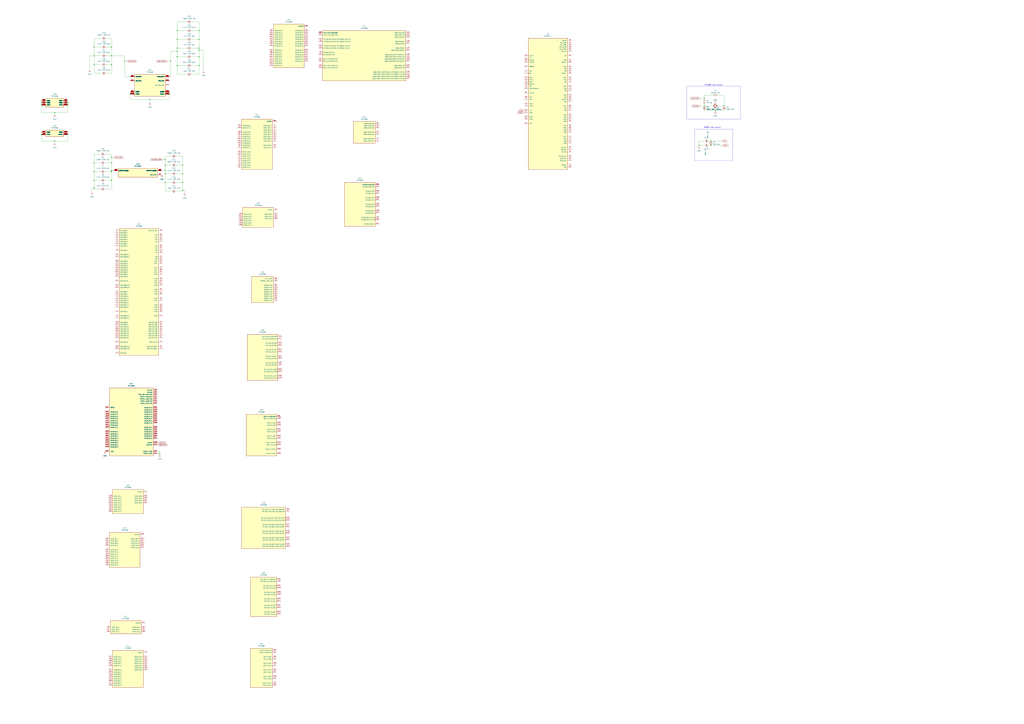
<source format=kicad_sch>
(kicad_sch (version 20250114) (generator "eeschema") (generator_version "9.0")
  (paper "A0")
  (lib_symbols
    (symbol "Device:C_Small" (pin_numbers (hide yes)) (pin_names (offset 0.254) (hide yes))
      (property "Reference" "C" (at 0.254 1.778 0))
      (property "Value" "C_Small" (at 0.254 -2.032 0))
      (symbol "C_Small_1_1"
        (pin passive line (at 0 2.54 270) (length 2.032) (name "~") (number "1"))
        (pin passive line (at 0 -2.54 90) (length 2.032) (name "~") (number "2"))
      )
    )
    (symbol "Device:Crystal_GND23_Small" (pin_names (offset 1.016) (hide yes))
      (property "Reference" "Y" (at 1.27 4.445 0))
      (property "Value" "Crystal_GND23_Small" (at 1.27 2.54 0))
      (symbol "Crystal_GND23_Small_1_1"
        (pin passive line (at -2.54 0 0) (length 1.27) (name "1") (number "1"))
        (pin passive line (at 0 2.54 270) (length 0.635) (name "3") (number "3"))
        (pin passive line (at 0 -2.54 90) (length 0.635) (name "2") (number "2"))
        (pin passive line (at 2.54 0 180) (length 1.27) (name "4") (number "4"))
      )
    )
    (symbol "Device:Crystal_Small" (pin_numbers (hide yes)) (pin_names (offset 1.016) (hide yes))
      (property "Reference" "Y" (at 0 2.54 0))
      (property "Value" "Crystal_Small" (at 0 -2.54 0))
      (symbol "Crystal_Small_1_1"
        (pin passive line (at -2.54 0 0) (length 1.27) (name "1") (number "1"))
        (pin passive line (at 2.54 0 180) (length 1.27) (name "2") (number "2"))
      )
    )
    (symbol "Device:R_Small" (pin_numbers (hide yes)) (pin_names (offset 0.254) (hide yes))
      (property "Reference" "R" (at 0 0 90))
      (property "Value" "R_Small" (at 1.778 0 90))
      (symbol "R_Small_1_1"
        (pin passive line (at 0 2.54 270) (length 0.762) (name "~") (number "1"))
        (pin passive line (at 0 -2.54 90) (length 0.762) (name "~") (number "2"))
      )
    )
    (symbol "RK3568:RK3568" (pin_names (offset 1.016))
      (property "Reference" "U" (at -17.78 13.462 0))
      (property "Value" "RK3568" (at -17.78 -15.24 0))
      (symbol "RK3568_1_0"
        (pin power_in line (at -22.86 10.16 0) (length 5.08) (name "VDD_CPU") (number "J15"))
        (pin power_in line (at -22.86 10.16 0) (length 5.08) (name "VDD_CPU") (number "K15"))
        (pin power_in line (at -22.86 10.16 0) (length 5.08) (name "VDD_CPU") (number "K16"))
        (pin power_in line (at -22.86 10.16 0) (length 5.08) (name "VDD_CPU") (number "K17"))
        (pin power_in line (at -22.86 10.16 0) (length 5.08) (name "VDD_CPU") (number "K18"))
        (pin power_in line (at -22.86 10.16 0) (length 5.08) (name "VDD_CPU") (number "L15"))
        (pin power_in line (at -22.86 10.16 0) (length 5.08) (name "VDD_CPU") (number "L16"))
        (pin power_in line (at -22.86 10.16 0) (length 5.08) (name "VDD_CPU") (number "L17"))
        (pin power_in line (at -22.86 10.16 0) (length 5.08) (name "VDD_CPU") (number "L18"))
        (pin power_in line (at -22.86 10.16 0) (length 5.08) (name "VDD_CPU") (number "M17"))
        (pin power_in line (at -22.86 5.08 0) (length 5.08) (name "VDD_GPU") (number "R13"))
        (pin power_in line (at -22.86 5.08 0) (length 5.08) (name "VDD_GPU") (number "T13"))
        (pin power_in line (at -22.86 5.08 0) (length 5.08) (name "VDD_GPU") (number "U11"))
        (pin power_in line (at -22.86 5.08 0) (length 5.08) (name "VDD_GPU") (number "U12"))
        (pin power_in line (at -22.86 5.08 0) (length 5.08) (name "VDD_GPU") (number "U13"))
        (pin power_in line (at -22.86 -7.62 0) (length 5.08) (name "AVSS1") (number "J27"))
        (pin power_in line (at -22.86 -7.62 0) (length 5.08) (name "AVSS1") (number "L24"))
        (pin power_in line (at -22.86 -7.62 0) (length 5.08) (name "AVSS1") (number "L26"))
        (pin power_in line (at -22.86 -7.62 0) (length 5.08) (name "AVSS1") (number "M21"))
        (pin power_in line (at -22.86 -7.62 0) (length 5.08) (name "AVSS1") (number "M26"))
        (pin power_in line (at -22.86 -7.62 0) (length 5.08) (name "AVSS1") (number "N28"))
        (pin power_in line (at -22.86 -7.62 0) (length 5.08) (name "AVSS1") (number "P21"))
        (pin power_in line (at -22.86 -7.62 0) (length 5.08) (name "AVSS1") (number "P26"))
        (pin power_in line (at -22.86 -7.62 0) (length 5.08) (name "AVSS1") (number "R23"))
        (pin power_in line (at -22.86 -7.62 0) (length 5.08) (name "AVSS1") (number "R26"))
        (pin power_in line (at -22.86 -7.62 0) (length 5.08) (name "AVSS1") (number "U23"))
        (pin power_in line (at -22.86 -7.62 0) (length 5.08) (name "AVSS1") (number "U26"))
        (pin power_in line (at -22.86 -7.62 0) (length 5.08) (name "AVSS1") (number "V14"))
        (pin power_in line (at -22.86 -7.62 0) (length 5.08) (name "AVSS1") (number "V15"))
        (pin power_in line (at -22.86 -7.62 0) (length 5.08) (name "AVSS1") (number "V16"))
        (pin power_in line (at -22.86 -10.16 0) (length 5.08) (name "AVSS2") (number "AA12"))
        (pin power_in line (at -22.86 -10.16 0) (length 5.08) (name "AVSS2") (number "AA14"))
        (pin power_in line (at -22.86 -10.16 0) (length 5.08) (name "AVSS2") (number "AA15"))
        (pin power_in line (at -22.86 -10.16 0) (length 5.08) (name "AVSS2") (number "AA17"))
        (pin power_in line (at -22.86 -10.16 0) (length 5.08) (name "AVSS2") (number "AA24"))
        (pin power_in line (at -22.86 -10.16 0) (length 5.08) (name "AVSS2") (number "AA26"))
        (pin power_in line (at -22.86 -10.16 0) (length 5.08) (name "AVSS2") (number "AB11"))
        (pin power_in line (at -22.86 -10.16 0) (length 5.08) (name "AVSS2") (number "V22"))
        (pin power_in line (at -22.86 -10.16 0) (length 5.08) (name "AVSS2") (number "V23"))
        (pin power_in line (at -22.86 -10.16 0) (length 5.08) (name "AVSS2") (number "V26"))
        (pin power_in line (at -22.86 -10.16 0) (length 5.08) (name "AVSS2") (number "W17"))
        (pin power_in line (at -22.86 -10.16 0) (length 5.08) (name "AVSS2") (number "Y18"))
        (pin power_in line (at -22.86 -10.16 0) (length 5.08) (name "AVSS2") (number "Y23"))
        (pin power_in line (at -22.86 -10.16 0) (length 5.08) (name "AVSS2") (number "Y24"))
        (pin power_in line (at -22.86 -10.16 0) (length 5.08) (name "AVSS2") (number "Y26"))
        (pin power_in line (at 22.86 10.16 180) (length 5.08) (name "VDD_LOGIC") (number "L12"))
        (pin power_in line (at 22.86 10.16 180) (length 5.08) (name "VDD_LOGIC") (number "M12"))
        (pin power_in line (at 22.86 10.16 180) (length 5.08) (name "VDD_LOGIC") (number "N13"))
        (pin power_in line (at 22.86 10.16 180) (length 5.08) (name "VDD_LOGIC") (number "N16"))
        (pin power_in line (at 22.86 10.16 180) (length 5.08) (name "VDD_LOGIC") (number "P13"))
        (pin power_in line (at 22.86 10.16 180) (length 5.08) (name "VDD_LOGIC") (number "P16"))
        (pin power_in line (at 22.86 10.16 180) (length 5.08) (name "VDD_LOGIC") (number "R12"))
        (pin power_in line (at 22.86 10.16 180) (length 5.08) (name "VDD_LOGIC") (number "R16"))
        (pin power_in line (at 22.86 10.16 180) (length 5.08) (name "VDD_LOGIC") (number "T12"))
        (pin power_in line (at 22.86 10.16 180) (length 5.08) (name "VDD_LOGIC") (number "T16"))
        (pin power_in line (at 22.86 5.08 180) (length 5.08) (name "VDD_NPU") (number "M19"))
        (pin power_in line (at 22.86 5.08 180) (length 5.08) (name "VDD_NPU") (number "N19"))
        (pin power_in line (at 22.86 5.08 180) (length 5.08) (name "VDD_NPU") (number "P18"))
        (pin power_in line (at 22.86 5.08 180) (length 5.08) (name "VDD_NPU") (number "P19"))
        (pin power_in line (at 22.86 5.08 180) (length 5.08) (name "VDD_NPU") (number "P20"))
        (pin power_in line (at 22.86 0 180) (length 5.08) (name "VDD_CPU_COM") (number "M15"))
        (pin power_in line (at 22.86 -7.62 180) (length 5.08) (name "AVSS3") (number "AB12"))
        (pin power_in line (at 22.86 -7.62 180) (length 5.08) (name "AVSS3") (number "AB14"))
        (pin power_in line (at 22.86 -7.62 180) (length 5.08) (name "AVSS3") (number "AB15"))
        (pin power_in line (at 22.86 -7.62 180) (length 5.08) (name "AVSS3") (number "AB17"))
        (pin power_in line (at 22.86 -7.62 180) (length 5.08) (name "AVSS3") (number "AC11"))
        (pin power_in line (at 22.86 -7.62 180) (length 5.08) (name "AVSS3") (number "AC12"))
        (pin power_in line (at 22.86 -7.62 180) (length 5.08) (name "AVSS3") (number "AC15"))
        (pin power_in line (at 22.86 -7.62 180) (length 5.08) (name "AVSS3") (number "AC18"))
        (pin power_in line (at 22.86 -7.62 180) (length 5.08) (name "AVSS3") (number "AC25"))
        (pin power_in line (at 22.86 -7.62 180) (length 5.08) (name "AVSS3") (number "AC26"))
        (pin power_in line (at 22.86 -7.62 180) (length 5.08) (name "AVSS3") (number "AC9"))
        (pin power_in line (at 22.86 -7.62 180) (length 5.08) (name "AVSS3") (number "AD26"))
        (pin power_in line (at 22.86 -7.62 180) (length 5.08) (name "AVSS3") (number "AE14"))
        (pin power_in line (at 22.86 -7.62 180) (length 5.08) (name "AVSS3") (number "AE17"))
        (pin power_in line (at 22.86 -7.62 180) (length 5.08) (name "AVSS3") (number "AE20"))
        (pin power_in line (at 22.86 -10.16 180) (length 5.08) (name "AVSS4") (number "AE27"))
        (pin power_in line (at 22.86 -10.16 180) (length 5.08) (name "AVSS4") (number "AE28"))
        (pin power_in line (at 22.86 -10.16 180) (length 5.08) (name "AVSS4") (number "AF11"))
        (pin power_in line (at 22.86 -10.16 180) (length 5.08) (name "AVSS4") (number "AF12"))
        (pin power_in line (at 22.86 -10.16 180) (length 5.08) (name "AVSS4") (number "AF14"))
        (pin power_in line (at 22.86 -10.16 180) (length 5.08) (name "AVSS4") (number "AF15"))
        (pin power_in line (at 22.86 -10.16 180) (length 5.08) (name "AVSS4") (number "AF17"))
        (pin power_in line (at 22.86 -10.16 180) (length 5.08) (name "AVSS4") (number "AF18"))
        (pin power_in line (at 22.86 -10.16 180) (length 5.08) (name "AVSS4") (number "AF20"))
        (pin power_in line (at 22.86 -10.16 180) (length 5.08) (name "AVSS4") (number "AF21"))
        (pin power_in line (at 22.86 -10.16 180) (length 5.08) (name "AVSS4") (number "AF9"))
        (pin power_in line (at 22.86 -10.16 180) (length 5.08) (name "AVSS4") (number "AG18"))
        (pin power_in line (at 22.86 -10.16 180) (length 5.08) (name "AVSS4") (number "AH18"))
        (pin power_in line (at 22.86 -10.16 180) (length 5.08) (name "AVSS4") (number "AH23"))
      )
      (symbol "RK3568_2_0"
        (pin power_in line (at -15.24 2.54 0) (length 5.08) (name "VSS1") (number "A1"))
        (pin power_in line (at -15.24 2.54 0) (length 5.08) (name "VSS1") (number "A10"))
        (pin power_in line (at -15.24 2.54 0) (length 5.08) (name "VSS1") (number "A14"))
        (pin power_in line (at -15.24 2.54 0) (length 5.08) (name "VSS1") (number "A18"))
        (pin power_in line (at -15.24 2.54 0) (length 5.08) (name "VSS1") (number "A28"))
        (pin power_in line (at -15.24 2.54 0) (length 5.08) (name "VSS1") (number "A3"))
        (pin power_in line (at -15.24 2.54 0) (length 5.08) (name "VSS1") (number "A6"))
        (pin power_in line (at -15.24 2.54 0) (length 5.08) (name "VSS1") (number "B12"))
        (pin power_in line (at -15.24 2.54 0) (length 5.08) (name "VSS1") (number "B16"))
        (pin power_in line (at -15.24 2.54 0) (length 5.08) (name "VSS1") (number "B23"))
        (pin power_in line (at -15.24 2.54 0) (length 5.08) (name "VSS1") (number "B26"))
        (pin power_in line (at -15.24 2.54 0) (length 5.08) (name "VSS1") (number "B5"))
        (pin power_in line (at -15.24 2.54 0) (length 5.08) (name "VSS1") (number "B9"))
        (pin power_in line (at -15.24 2.54 0) (length 5.08) (name "VSS1") (number "C3"))
        (pin power_in line (at -15.24 2.54 0) (length 5.08) (name "VSS1") (number "C6"))
        (pin power_in line (at -15.24 0 0) (length 5.08) (name "VSS2") (number "C11"))
        (pin power_in line (at -15.24 0 0) (length 5.08) (name "VSS2") (number "C12"))
        (pin power_in line (at -15.24 0 0) (length 5.08) (name "VSS2") (number "C14"))
        (pin power_in line (at -15.24 0 0) (length 5.08) (name "VSS2") (number "C15"))
        (pin power_in line (at -15.24 0 0) (length 5.08) (name "VSS2") (number "C17"))
        (pin power_in line (at -15.24 0 0) (length 5.08) (name "VSS2") (number "C18"))
        (pin power_in line (at -15.24 0 0) (length 5.08) (name "VSS2") (number "C25"))
        (pin power_in line (at -15.24 0 0) (length 5.08) (name "VSS2") (number "C8"))
        (pin power_in line (at -15.24 0 0) (length 5.08) (name "VSS2") (number "C9"))
        (pin power_in line (at -15.24 0 0) (length 5.08) (name "VSS2") (number "D11"))
        (pin power_in line (at -15.24 0 0) (length 5.08) (name "VSS2") (number "D2"))
        (pin power_in line (at -15.24 0 0) (length 5.08) (name "VSS2") (number "D28"))
        (pin power_in line (at -15.24 0 0) (length 5.08) (name "VSS2") (number "D3"))
        (pin power_in line (at -15.24 0 0) (length 5.08) (name "VSS2") (number "E3"))
        (pin power_in line (at -15.24 0 0) (length 5.08) (name "VSS2") (number "E7"))
        (pin power_in line (at -15.24 -2.54 0) (length 5.08) (name "VSS3") (number "F1"))
        (pin power_in line (at -15.24 -2.54 0) (length 5.08) (name "VSS3") (number "F12"))
        (pin power_in line (at -15.24 -2.54 0) (length 5.08) (name "VSS3") (number "F14"))
        (pin power_in line (at -15.24 -2.54 0) (length 5.08) (name "VSS3") (number "F15"))
        (pin power_in line (at -15.24 -2.54 0) (length 5.08) (name "VSS3") (number "F17"))
        (pin power_in line (at -15.24 -2.54 0) (length 5.08) (name "VSS3") (number "F3"))
        (pin power_in line (at -15.24 -2.54 0) (length 5.08) (name "VSS3") (number "F9"))
        (pin power_in line (at -15.24 -2.54 0) (length 5.08) (name "VSS3") (number "G11"))
        (pin power_in line (at -15.24 -2.54 0) (length 5.08) (name "VSS3") (number "G12"))
        (pin power_in line (at -15.24 -2.54 0) (length 5.08) (name "VSS3") (number "G14"))
        (pin power_in line (at -15.24 -2.54 0) (length 5.08) (name "VSS3") (number "G15"))
        (pin power_in line (at -15.24 -2.54 0) (length 5.08) (name "VSS3") (number "G5"))
        (pin power_in line (at -15.24 -2.54 0) (length 5.08) (name "VSS3") (number "G6"))
        (pin power_in line (at -15.24 -2.54 0) (length 5.08) (name "VSS3") (number "G8"))
        (pin power_in line (at -15.24 -2.54 0) (length 5.08) (name "VSS3") (number "G9"))
        (pin power_in line (at 15.24 2.54 180) (length 5.08) (name "VSS4") (number "G17"))
        (pin power_in line (at 15.24 2.54 180) (length 5.08) (name "VSS4") (number "G18"))
        (pin power_in line (at 15.24 2.54 180) (length 5.08) (name "VSS4") (number "G24"))
        (pin power_in line (at 15.24 2.54 180) (length 5.08) (name "VSS4") (number "H2"))
        (pin power_in line (at 15.24 2.54 180) (length 5.08) (name "VSS4") (number "H3"))
        (pin power_in line (at 15.24 2.54 180) (length 5.08) (name "VSS4") (number "H6"))
        (pin power_in line (at 15.24 2.54 180) (length 5.08) (name "VSS4") (number "J17"))
        (pin power_in line (at 15.24 2.54 180) (length 5.08) (name "VSS4") (number "J18"))
        (pin power_in line (at 15.24 2.54 180) (length 5.08) (name "VSS4") (number "J20"))
        (pin power_in line (at 15.24 2.54 180) (length 5.08) (name "VSS4") (number "J22"))
        (pin power_in line (at 15.24 2.54 180) (length 5.08) (name "VSS4") (number "J26"))
        (pin power_in line (at 15.24 2.54 180) (length 5.08) (name "VSS4") (number "J3"))
        (pin power_in line (at 15.24 2.54 180) (length 5.08) (name "VSS4") (number "J5"))
        (pin power_in line (at 15.24 2.54 180) (length 5.08) (name "VSS4") (number "K1"))
        (pin power_in line (at 15.24 2.54 180) (length 5.08) (name "VSS4") (number "K11"))
        (pin power_in line (at 15.24 0 180) (length 5.08) (name "VSS5") (number "K12"))
        (pin power_in line (at 15.24 0 180) (length 5.08) (name "VSS5") (number "K13"))
        (pin power_in line (at 15.24 0 180) (length 5.08) (name "VSS5") (number "K14"))
        (pin power_in line (at 15.24 0 180) (length 5.08) (name "VSS5") (number "K19"))
        (pin power_in line (at 15.24 0 180) (length 5.08) (name "VSS5") (number "L11"))
        (pin power_in line (at 15.24 0 180) (length 5.08) (name "VSS5") (number "L13"))
        (pin power_in line (at 15.24 0 180) (length 5.08) (name "VSS5") (number "L14"))
        (pin power_in line (at 15.24 0 180) (length 5.08) (name "VSS5") (number "L19"))
        (pin power_in line (at 15.24 0 180) (length 5.08) (name "VSS5") (number "L20"))
        (pin power_in line (at 15.24 0 180) (length 5.08) (name "VSS5") (number "L21"))
        (pin power_in line (at 15.24 0 180) (length 5.08) (name "VSS5") (number "L3"))
        (pin power_in line (at 15.24 0 180) (length 5.08) (name "VSS5") (number "L5"))
        (pin power_in line (at 15.24 0 180) (length 5.08) (name "VSS5") (number "L8"))
        (pin power_in line (at 15.24 0 180) (length 5.08) (name "VSS5") (number "M2"))
        (pin power_in line (at 15.24 0 180) (length 5.08) (name "VSS5") (number "M3"))
        (pin power_in line (at 15.24 -2.54 180) (length 5.08) (name "VSS6") (number "M11"))
        (pin power_in line (at 15.24 -2.54 180) (length 5.08) (name "VSS6") (number "M13"))
        (pin power_in line (at 15.24 -2.54 180) (length 5.08) (name "VSS6") (number "M14"))
        (pin power_in line (at 15.24 -2.54 180) (length 5.08) (name "VSS6") (number "M16"))
        (pin power_in line (at 15.24 -2.54 180) (length 5.08) (name "VSS6") (number "M18"))
        (pin power_in line (at 15.24 -2.54 180) (length 5.08) (name "VSS6") (number "M6"))
        (pin power_in line (at 15.24 -2.54 180) (length 5.08) (name "VSS6") (number "M8"))
        (pin power_in line (at 15.24 -2.54 180) (length 5.08) (name "VSS6") (number "N1"))
        (pin power_in line (at 15.24 -2.54 180) (length 5.08) (name "VSS6") (number "N12"))
        (pin power_in line (at 15.24 -2.54 180) (length 5.08) (name "VSS6") (number "N14"))
        (pin power_in line (at 15.24 -2.54 180) (length 5.08) (name "VSS6") (number "N15"))
        (pin power_in line (at 15.24 -2.54 180) (length 5.08) (name "VSS6") (number "N17"))
        (pin power_in line (at 15.24 -2.54 180) (length 5.08) (name "VSS6") (number "N18"))
        (pin power_in line (at 15.24 -2.54 180) (length 5.08) (name "VSS6") (number "P3"))
        (pin power_in line (at 15.24 -2.54 180) (length 5.08) (name "VSS6") (number "P6"))
      )
      (symbol "RK3568_3_0"
        (pin power_in line (at -15.24 0 0) (length 5.08) (name "VSS7") (number "P12"))
        (pin power_in line (at -15.24 0 0) (length 5.08) (name "VSS7") (number "P14"))
        (pin power_in line (at -15.24 0 0) (length 5.08) (name "VSS7") (number "P15"))
        (pin power_in line (at -15.24 0 0) (length 5.08) (name "VSS7") (number "P17"))
        (pin power_in line (at -15.24 0 0) (length 5.08) (name "VSS7") (number "R10"))
        (pin power_in line (at -15.24 0 0) (length 5.08) (name "VSS7") (number "R11"))
        (pin power_in line (at -15.24 0 0) (length 5.08) (name "VSS7") (number "R14"))
        (pin power_in line (at -15.24 0 0) (length 5.08) (name "VSS7") (number "R15"))
        (pin power_in line (at -15.24 0 0) (length 5.08) (name "VSS7") (number "R17"))
        (pin power_in line (at -15.24 0 0) (length 5.08) (name "VSS7") (number "R18"))
        (pin power_in line (at -15.24 0 0) (length 5.08) (name "VSS7") (number "R19"))
        (pin power_in line (at -15.24 0 0) (length 5.08) (name "VSS7") (number "R3"))
        (pin power_in line (at -15.24 0 0) (length 5.08) (name "VSS7") (number "R6"))
        (pin power_in line (at -15.24 0 0) (length 5.08) (name "VSS7") (number "T10"))
        (pin power_in line (at -15.24 0 0) (length 5.08) (name "VSS7") (number "T11"))
        (pin power_in line (at -15.24 -2.54 0) (length 5.08) (name "VSS8") (number "T14"))
        (pin power_in line (at -15.24 -2.54 0) (length 5.08) (name "VSS8") (number "T15"))
        (pin power_in line (at -15.24 -2.54 0) (length 5.08) (name "VSS8") (number "T17"))
        (pin power_in line (at -15.24 -2.54 0) (length 5.08) (name "VSS8") (number "T18"))
        (pin power_in line (at -15.24 -2.54 0) (length 5.08) (name "VSS8") (number "T19"))
        (pin power_in line (at -15.24 -2.54 0) (length 5.08) (name "VSS8") (number "U1"))
        (pin power_in line (at -15.24 -2.54 0) (length 5.08) (name "VSS8") (number "U10"))
        (pin power_in line (at -15.24 -2.54 0) (length 5.08) (name "VSS8") (number "U14"))
        (pin power_in line (at -15.24 -2.54 0) (length 5.08) (name "VSS8") (number "U15"))
        (pin power_in line (at -15.24 -2.54 0) (length 5.08) (name "VSS8") (number "U16"))
        (pin power_in line (at -15.24 -2.54 0) (length 5.08) (name "VSS8") (number "U17"))
        (pin power_in line (at -15.24 -2.54 0) (length 5.08) (name "VSS8") (number "U18"))
        (pin power_in line (at -15.24 -2.54 0) (length 5.08) (name "VSS8") (number "U6"))
        (pin power_in line (at -15.24 -2.54 0) (length 5.08) (name "VSS8") (number "U7"))
        (pin power_in line (at -15.24 -2.54 0) (length 5.08) (name "VSS8") (number "U8"))
        (pin power_in line (at 15.24 0 180) (length 5.08) (name "VSS9") (number "AA23"))
        (pin power_in line (at 15.24 0 180) (length 5.08) (name "VSS9") (number "AA4"))
        (pin power_in line (at 15.24 0 180) (length 5.08) (name "VSS9") (number "AA9"))
        (pin power_in line (at 15.24 0 180) (length 5.08) (name "VSS9") (number "V13"))
        (pin power_in line (at 15.24 0 180) (length 5.08) (name "VSS9") (number "V3"))
        (pin power_in line (at 15.24 0 180) (length 5.08) (name "VSS9") (number "V8"))
        (pin power_in line (at 15.24 0 180) (length 5.08) (name "VSS9") (number "V9"))
        (pin power_in line (at 15.24 0 180) (length 5.08) (name "VSS9") (number "W10"))
        (pin power_in line (at 15.24 0 180) (length 5.08) (name "VSS9") (number "W11"))
        (pin power_in line (at 15.24 0 180) (length 5.08) (name "VSS9") (number "W12"))
        (pin power_in line (at 15.24 0 180) (length 5.08) (name "VSS9") (number "W13"))
        (pin power_in line (at 15.24 0 180) (length 5.08) (name "VSS9") (number "Y11"))
        (pin power_in line (at 15.24 0 180) (length 5.08) (name "VSS9") (number "Y12"))
        (pin power_in line (at 15.24 0 180) (length 5.08) (name "VSS9") (number "Y8"))
        (pin power_in line (at 15.24 0 180) (length 5.08) (name "VSS9") (number "Y9"))
        (pin power_in line (at 15.24 -2.54 180) (length 5.08) (name "VSS10") (number "AB2"))
        (pin power_in line (at 15.24 -2.54 180) (length 5.08) (name "VSS10") (number "AB6"))
        (pin power_in line (at 15.24 -2.54 180) (length 5.08) (name "VSS10") (number "AD3"))
        (pin power_in line (at 15.24 -2.54 180) (length 5.08) (name "VSS10") (number "AE21"))
        (pin power_in line (at 15.24 -2.54 180) (length 5.08) (name "VSS10") (number "AE6"))
        (pin power_in line (at 15.24 -2.54 180) (length 5.08) (name "VSS10") (number "AF26"))
        (pin power_in line (at 15.24 -2.54 180) (length 5.08) (name "VSS10") (number "AF3"))
        (pin power_in line (at 15.24 -2.54 180) (length 5.08) (name "VSS10") (number "AG5"))
        (pin power_in line (at 15.24 -2.54 180) (length 5.08) (name "VSS10") (number "AH1"))
        (pin power_in line (at 15.24 -2.54 180) (length 5.08) (name "VSS10") (number "AH28"))
        (pin power_in line (at 15.24 -2.54 180) (length 5.08) (name "VSS10") (number "AH8"))
      )
      (symbol "RK3568_4_0"
        (pin power_in line (at -27.94 2.54 0) (length 5.08) (name "DDRPHY_VDDQ") (number "H11"))
        (pin power_in line (at -27.94 2.54 0) (length 5.08) (name "DDRPHY_VDDQ") (number "H12"))
        (pin power_in line (at -27.94 2.54 0) (length 5.08) (name "DDRPHY_VDDQ") (number "H14"))
        (pin power_in line (at -27.94 2.54 0) (length 5.08) (name "DDRPHY_VDDQ") (number "H15"))
        (pin power_in line (at -27.94 2.54 0) (length 5.08) (name "DDRPHY_VDDQ") (number "H9"))
        (pin power_in line (at -27.94 2.54 0) (length 5.08) (name "DDRPHY_VDDQ") (number "J9"))
        (pin power_in line (at -27.94 2.54 0) (length 5.08) (name "DDRPHY_VDDQ") (number "L9"))
        (pin power_in line (at -27.94 2.54 0) (length 5.08) (name "DDRPHY_VDDQ") (number "M9"))
        (pin power_in line (at 27.94 2.54 180) (length 5.08) (name "DDRPHY_VDDQL") (number "J11"))
        (pin power_in line (at 27.94 2.54 180) (length 5.08) (name "DDRPHY_VDDQL") (number "J12"))
        (pin power_in line (at 27.94 2.54 180) (length 5.08) (name "DDRPHY_VDDQL") (number "J14"))
        (pin power_in line (at 27.94 2.54 180) (length 5.08) (name "DDRPHY_VDDQL") (number "K10"))
        (pin power_in line (at 27.94 2.54 180) (length 5.08) (name "DDRPHY_VDDQL") (number "L10"))
        (pin power_in line (at 27.94 2.54 180) (length 5.08) (name "DDRPHY_VDDQL") (number "M10"))
        (pin power_in line (at 27.94 -2.54 180) (length 5.08) (name "DDR_AVSS") (number "J8"))
      )
      (symbol "RK3568_5_0"
        (pin bidirectional line (at -27.94 71.12 0) (length 5.08) (name "DDR_DQ0_A") (number "F2"))
        (pin bidirectional line (at -27.94 68.58 0) (length 5.08) (name "DDR_DQ1_A") (number "E1"))
        (pin bidirectional line (at -27.94 66.04 0) (length 5.08) (name "DDR_DQ2_A") (number "E2"))
        (pin bidirectional line (at -27.94 63.5 0) (length 5.08) (name "DDR_DQ3_A") (number "D1"))
        (pin bidirectional line (at -27.94 60.96 0) (length 5.08) (name "DDR_DQ4_A") (number "J1"))
        (pin bidirectional line (at -27.94 58.42 0) (length 5.08) (name "DDR_DQ5_A") (number "J2"))
        (pin bidirectional line (at -27.94 55.88 0) (length 5.08) (name "DDR_DQ6_A") (number "H1"))
        (pin bidirectional line (at -27.94 53.34 0) (length 5.08) (name "DDR_DQ7_A") (number "H4"))
        (pin bidirectional line (at -27.94 48.26 0) (length 5.08) (name "DDR_DM0_A") (number "H5"))
        (pin bidirectional line (at -27.94 43.18 0) (length 5.08) (name "DDR_DQS0P_A") (number "G1"))
        (pin bidirectional line (at -27.94 40.64 0) (length 5.08) (name "DDR_DQS0N_A") (number "G2"))
        (pin bidirectional line (at -27.94 35.56 0) (length 5.08) (name "DDR_DQ0_B") (number "B10"))
        (pin bidirectional line (at -27.94 33.02 0) (length 5.08) (name "DDR_DQ1_B") (number "A9"))
        (pin bidirectional line (at -27.94 30.48 0) (length 5.08) (name "DDR_DQ2_B") (number "D12"))
        (pin bidirectional line (at -27.94 27.94 0) (length 5.08) (name "DDR_DQ3_B") (number "E12"))
        (pin bidirectional line (at -27.94 25.4 0) (length 5.08) (name "DDR_DQ4_B") (number "A12"))
        (pin bidirectional line (at -27.94 22.86 0) (length 5.08) (name "DDR_DQ5_B") (number "D15"))
        (pin bidirectional line (at -27.94 20.32 0) (length 5.08) (name "DDR_DQ6_B") (number "E15"))
        (pin bidirectional line (at -27.94 17.78 0) (length 5.08) (name "DDR_DQ7_B") (number "E14"))
        (pin bidirectional line (at -27.94 12.7 0) (length 5.08) (name "DDR_DM0_B") (number "D14"))
        (pin bidirectional line (at -27.94 7.62 0) (length 5.08) (name "DDR_DQS0P_B") (number "A11"))
        (pin bidirectional line (at -27.94 5.08 0) (length 5.08) (name "DDR_DQS0N_B") (number "B11"))
        (pin bidirectional line (at -27.94 0 0) (length 5.08) (name "DDR_DQ8_A") (number "M1"))
        (pin bidirectional line (at -27.94 -2.54 0) (length 5.08) (name "DDR_DQ9_A") (number "N2"))
        (pin bidirectional line (at -27.94 -5.08 0) (length 5.08) (name "DDR_DQ10_A") (number "L7"))
        (pin bidirectional line (at -27.94 -7.62 0) (length 5.08) (name "DDR_DQ11_A") (number "L6"))
        (pin bidirectional line (at -27.94 -10.16 0) (length 5.08) (name "DDR_DQ12_A") (number "K2"))
        (pin bidirectional line (at -27.94 -12.7 0) (length 5.08) (name "DDR_DQ13_A") (number "J6"))
        (pin bidirectional line (at -27.94 -15.24 0) (length 5.08) (name "DDR_DQ14_A") (number "J7"))
        (pin bidirectional line (at -27.94 -17.78 0) (length 5.08) (name "DDR_DQ15_A") (number "L4"))
        (pin bidirectional line (at -27.94 -22.86 0) (length 5.08) (name "DDR_DM1_A") (number "J4"))
        (pin bidirectional line (at -27.94 -27.94 0) (length 5.08) (name "DDR_DQS1P_A") (number "L2"))
        (pin bidirectional line (at -27.94 -30.48 0) (length 5.08) (name "DDR_DQS1N_A") (number "L1"))
        (pin bidirectional line (at -27.94 -35.56 0) (length 5.08) (name "DDR_DQ8_B") (number "A16"))
        (pin bidirectional line (at -27.94 -38.1 0) (length 5.08) (name "DDR_DQ9_B") (number "B17"))
        (pin bidirectional line (at -27.94 -40.64 0) (length 5.08) (name "DDR_DQ10_B") (number "A17"))
        (pin bidirectional line (at -27.94 -43.18 0) (length 5.08) (name "DDR_DQ11_B") (number "B18"))
        (pin bidirectional line (at -27.94 -45.72 0) (length 5.08) (name "DDR_DQ12_B") (number "B13"))
        (pin bidirectional line (at -27.94 -48.26 0) (length 5.08) (name "DDR_DQ13_B") (number "A13"))
        (pin bidirectional line (at -27.94 -50.8 0) (length 5.08) (name "DDR_DQ14_B") (number "D17"))
        (pin bidirectional line (at -27.94 -53.34 0) (length 5.08) (name "DDR_DQ15_B") (number "B14"))
        (pin bidirectional line (at -27.94 -58.42 0) (length 5.08) (name "DDR_DM1_B") (number "E17"))
        (pin bidirectional line (at -27.94 -63.5 0) (length 5.08) (name "DDR_DQS1N_B") (number "A15"))
        (pin bidirectional line (at -27.94 -66.04 0) (length 5.08) (name "DDR_DQS1P_B") (number "B15"))
        (pin passive line (at -27.94 -71.12 0) (length 5.08) (name "DDR_RZQ") (number "H7"))
        (pin output line (at 27.94 71.12 180) (length 5.08) (name "DDR_VREFOUT") (number "P8"))
        (pin output line (at 27.94 66.04 180) (length 5.08) (name "AC0") (number "B6"))
        (pin output line (at 27.94 63.5 180) (length 5.08) (name "AC1") (number "F5"))
        (pin output line (at 27.94 60.96 180) (length 5.08) (name "AC2") (number "B1"))
        (pin output line (at 27.94 58.42 180) (length 5.08) (name "AC3") (number "F4"))
        (pin output line (at 27.94 53.34 180) (length 5.08) (name "AC4") (number "D9"))
        (pin output line (at 27.94 50.8 180) (length 5.08) (name "AC5") (number "B7"))
        (pin output line (at 27.94 48.26 180) (length 5.08) (name "AC6") (number "A7"))
        (pin output line (at 27.94 45.72 180) (length 5.08) (name "AC7") (number "A8"))
        (pin output line (at 27.94 40.64 180) (length 5.08) (name "AC8") (number "C1"))
        (pin output line (at 27.94 38.1 180) (length 5.08) (name "AC9") (number "A5"))
        (pin output line (at 27.94 35.56 180) (length 5.08) (name "AC10") (number "D6"))
        (pin output line (at 27.94 33.02 180) (length 5.08) (name "AC11") (number "C2"))
        (pin output line (at 27.94 27.94 180) (length 5.08) (name "AC12") (number "C4"))
        (pin output line (at 27.94 25.4 180) (length 5.08) (name "AC13") (number "B8"))
        (pin output line (at 27.94 22.86 180) (length 5.08) (name "AC14") (number "C5"))
        (pin output line (at 27.94 20.32 180) (length 5.08) (name "AC15") (number "E4"))
        (pin output line (at 27.94 15.24 180) (length 5.08) (name "AC16") (number "D5"))
        (pin output line (at 27.94 12.7 180) (length 5.08) (name "AC17") (number "E6"))
        (pin output line (at 27.94 10.16 180) (length 5.08) (name "AC18") (number "E11"))
        (pin output line (at 27.94 7.62 180) (length 5.08) (name "AC19") (number "E9"))
        (pin output line (at 27.94 2.54 180) (length 5.08) (name "AC20") (number "F8"))
        (pin output line (at 27.94 0 180) (length 5.08) (name "AC21") (number "F7"))
        (pin output line (at 27.94 -2.54 180) (length 5.08) (name "AC22") (number "B3"))
        (pin output line (at 27.94 -7.62 180) (length 5.08) (name "AC23") (number "B4"))
        (pin output line (at 27.94 -10.16 180) (length 5.08) (name "AC24") (number "A4"))
        (pin output line (at 27.94 -15.24 180) (length 5.08) (name "AC25") (number "A2"))
        (pin output line (at 27.94 -17.78 180) (length 5.08) (name "AC26") (number "B2"))
        (pin output line (at 27.94 -20.32 180) (length 5.08) (name "AC27") (number "E8"))
        (pin output line (at 27.94 -22.86 180) (length 5.08) (name "AC28") (number "D8"))
        (pin output line (at 27.94 -27.94 180) (length 5.08) (name "AC29") (number "F11"))
        (pin bidirectional line (at 27.94 -35.56 180) (length 5.08) (name "DDR_ECC_DQ0") (number "P5"))
        (pin bidirectional line (at 27.94 -38.1 180) (length 5.08) (name "DDR_ECC_DQ1") (number "M4"))
        (pin bidirectional line (at 27.94 -40.64 180) (length 5.08) (name "DDR_ECC_DQ2") (number "M5"))
        (pin bidirectional line (at 27.94 -43.18 180) (length 5.08) (name "DDR_ECC_DQ3") (number "R5"))
        (pin bidirectional line (at 27.94 -45.72 180) (length 5.08) (name "DDR_ECC_DQ4") (number "M7"))
        (pin bidirectional line (at 27.94 -48.26 180) (length 5.08) (name "DDR_ECC_DQ5") (number "R7"))
        (pin bidirectional line (at 27.94 -50.8 180) (length 5.08) (name "DDR_ECC_DQ6") (number "P4"))
        (pin bidirectional line (at 27.94 -53.34 180) (length 5.08) (name "DDR_ECC_DQ7") (number "R4"))
        (pin bidirectional line (at 27.94 -58.42 180) (length 5.08) (name "DDR_ECC_DM") (number "P7"))
        (pin bidirectional line (at 27.94 -63.5 180) (length 5.08) (name "DDR_ECC_DQS_P") (number "P2"))
        (pin bidirectional line (at 27.94 -66.04 180) (length 5.08) (name "DDR_ECC_DQS_N") (number "P1"))
      )
      (symbol "RK3568_6_0"
        (pin input line (at -30.48 15.24 0) (length 5.08) (name "~{POR_U}") (number "AH27"))
        (pin bidirectional line (at -30.48 10.16 0) (length 5.08) (name "GPIO0_A0_D") (number "AG27"))
        (pin bidirectional line (at -30.48 7.62 0) (length 5.08) (name "GPIO0_A1_Z") (number "AG26"))
        (pin bidirectional line (at -30.48 5.08 0) (length 5.08) (name "GPIO0_A2_D") (number "AG28"))
        (pin bidirectional line (at -30.48 2.54 0) (length 5.08) (name "GPIO0_A3_U") (number "AA22"))
        (pin bidirectional line (at -30.48 0 0) (length 5.08) (name "GPIO0_A4_U") (number "Y22"))
        (pin bidirectional line (at -30.48 -2.54 0) (length 5.08) (name "GPIO0_A5_D") (number "AF25"))
        (pin bidirectional line (at -30.48 -5.08 0) (length 5.08) (name "GPIO0_A6_D") (number "AE24"))
        (pin bidirectional line (at -30.48 -7.62 0) (length 5.08) (name "GPIO0_A7_U") (number "AG25"))
        (pin bidirectional line (at -30.48 -12.7 0) (length 5.08) (name "GPIO0_B0_U") (number "AD23"))
        (pin bidirectional line (at -30.48 -15.24 0) (length 5.08) (name "GPIO0_B1_U") (number "AF24"))
        (pin bidirectional line (at -30.48 -17.78 0) (length 5.08) (name "GPIO0_B2_U") (number "AB21"))
        (pin bidirectional line (at -30.48 -20.32 0) (length 5.08) (name "GPIO0_B3_U") (number "AG24"))
        (pin bidirectional line (at -30.48 -22.86 0) (length 5.08) (name "GPIO0_B4_U") (number "AB20"))
        (pin bidirectional line (at -30.48 -25.4 0) (length 5.08) (name "GPIO0_B5_U") (number "AC22"))
        (pin bidirectional line (at -30.48 -27.94 0) (length 5.08) (name "GPIO0_B6_U") (number "AA20"))
        (pin bidirectional line (at -30.48 -30.48 0) (length 5.08) (name "GPIO0_B7_D") (number "AH26"))
        (pin input line (at -30.48 -35.56 0) (length 5.08) (name "TVSS") (number "AB24"))
        (pin power_in line (at 30.48 35.56 180) (length 5.08) (name "PMUIO1") (number "Y20"))
        (pin power_in line (at 30.48 33.02 180) (length 5.08) (name "PMUIO2") (number "W19"))
        (pin power_in line (at 30.48 30.48 180) (length 5.08) (name "PMU_VDD_LOGIC_0V9") (number "V19"))
        (pin power_in line (at 30.48 27.94 180) (length 5.08) (name "PMUPLL_AVDD_0V9") (number "V21"))
        (pin power_in line (at 30.48 25.4 180) (length 5.08) (name "PMUPLL_AVDD_1V8") (number "Y21"))
        (pin power_in line (at 30.48 22.86 180) (length 5.08) (name "SYSPLL_AVDD_0V9") (number "P11"))
        (pin power_in line (at 30.48 20.32 180) (length 5.08) (name "SYSPLL_AVDD_1V8") (number "N10"))
        (pin bidirectional line (at 30.48 15.24 180) (length 5.08) (name "GPIO0_C0_D") (number "AD22"))
        (pin bidirectional line (at 30.48 12.7 180) (length 5.08) (name "GPIO0_C1_D") (number "AF23"))
        (pin bidirectional line (at 30.48 10.16 180) (length 5.08) (name "GPIO0_C2_D") (number "AG23"))
        (pin bidirectional line (at 30.48 7.62 180) (length 5.08) (name "GPIO0_C3_D") (number "AE23"))
        (pin bidirectional line (at 30.48 5.08 180) (length 5.08) (name "GPIO0_C4_D") (number "AD21"))
        (pin bidirectional line (at 30.48 2.54 180) (length 5.08) (name "GPIO0_C5_D") (number "AC21"))
        (pin bidirectional line (at 30.48 0 180) (length 5.08) (name "GPIO0_C6_D") (number "AD20"))
        (pin bidirectional line (at 30.48 -2.54 180) (length 5.08) (name "GPIO0_C7_D") (number "AH25"))
        (pin bidirectional line (at 30.48 -7.62 180) (length 5.08) (name "GPIO0_D0_U") (number "AC20"))
        (pin bidirectional line (at 30.48 -10.16 180) (length 5.08) (name "GPIO0_D1_U") (number "AH24"))
        (pin bidirectional line (at 30.48 -12.7 180) (length 5.08) (name "GPIO0_D3_D") (number "AE26"))
        (pin bidirectional line (at 30.48 -15.24 180) (length 5.08) (name "GPIO0_D4_D") (number "AB23"))
        (pin bidirectional line (at 30.48 -17.78 180) (length 5.08) (name "GPIO0_D5_D") (number "AD25"))
        (pin bidirectional line (at 30.48 -20.32 180) (length 5.08) (name "GPIO0_D6_D") (number "AC24"))
        (pin input line (at 30.48 -25.4 180) (length 5.08) (name "XIN24M") (number "AF28"))
        (pin output line (at 30.48 -27.94 180) (length 5.08) (name "XOUT24M") (number "AF27"))
        (pin power_in line (at 30.48 -35.56 180) (length 5.08) (name "PMUPLL_AVSS") (number "V20"))
        (pin power_in line (at 30.48 -38.1 180) (length 5.08) (name "SYSPLL_AVSS") (number "N11"))
      )
      (symbol "RK3568_7_0"
        (pin bidirectional line (at -22.86 7.62 0) (length 5.08) (name "GPIO1_A0_U") (number "D18"))
        (pin bidirectional line (at -22.86 5.08 0) (length 5.08) (name "GPIO1_A1_U") (number "E18"))
        (pin bidirectional line (at -22.86 2.54 0) (length 5.08) (name "GPIO1_A2_D") (number "A19"))
        (pin bidirectional line (at -22.86 0 0) (length 5.08) (name "GPIO1_A3_D") (number "B19"))
        (pin bidirectional line (at -22.86 -2.54 0) (length 5.08) (name "GPIO1_A4_D") (number "F18"))
        (pin bidirectional line (at -22.86 -5.08 0) (length 5.08) (name "GPIO1_A5_D") (number "A20"))
        (pin bidirectional line (at -22.86 -7.62 0) (length 5.08) (name "GPIO1_A6_D") (number "C20"))
        (pin bidirectional line (at -22.86 -10.16 0) (length 5.08) (name "GPIO1_A7_D") (number "B20"))
        (pin power_in line (at 22.86 12.7 180) (length 5.08) (name "VCCIO1") (number "H17"))
        (pin bidirectional line (at 22.86 7.62 180) (length 5.08) (name "GPIO1_B0_D") (number "D20"))
        (pin bidirectional line (at 22.86 5.08 180) (length 5.08) (name "GPIO1_B1_D") (number "E20"))
        (pin bidirectional line (at 22.86 2.54 180) (length 5.08) (name "GPIO1_B2_D") (number "A21"))
        (pin bidirectional line (at 22.86 0 180) (length 5.08) (name "GPIO1_B3_D") (number "B21"))
      )
      (symbol "RK3568_8_0"
        (pin bidirectional line (at -22.86 12.7 0) (length 5.08) (name "GPIO1_B4_U") (number "A24"))
        (pin bidirectional line (at -22.86 10.16 0) (length 5.08) (name "GPIO1_B5_U") (number "C21"))
        (pin bidirectional line (at -22.86 7.62 0) (length 5.08) (name "GPIO1_B6_U") (number "B24"))
        (pin bidirectional line (at -22.86 5.08 0) (length 5.08) (name "GPIO1_B7_U") (number "D21"))
        (pin bidirectional line (at -22.86 0 0) (length 5.08) (name "GPIO1_C0_U") (number "A25"))
        (pin bidirectional line (at -22.86 -2.54 0) (length 5.08) (name "GPIO1_C1_U") (number "E21"))
        (pin bidirectional line (at -22.86 -5.08 0) (length 5.08) (name "GPIO1_C2_U") (number "E22"))
        (pin bidirectional line (at -22.86 -7.62 0) (length 5.08) (name "GPIO1_C3_U") (number "B25"))
        (pin bidirectional line (at -22.86 -10.16 0) (length 5.08) (name "GPIO1_C4_U") (number "B22"))
        (pin bidirectional line (at -22.86 -12.7 0) (length 5.08) (name "GPIO1_C5_D") (number "A23"))
        (pin bidirectional line (at -22.86 -15.24 0) (length 5.08) (name "GPIO1_C6_D") (number "A26"))
        (pin bidirectional line (at -22.86 -17.78 0) (length 5.08) (name "GPIO1_C7_D") (number "F20"))
        (pin power_in line (at 22.86 17.78 180) (length 5.08) (name "VCCIO2") (number "H18"))
        (pin bidirectional line (at 22.86 12.7 180) (length 5.08) (name "GPIO1_D0_D") (number "A22"))
        (pin bidirectional line (at 22.86 10.16 180) (length 5.08) (name "GPIO1_D1_U") (number "C24"))
        (pin bidirectional line (at 22.86 7.62 180) (length 5.08) (name "GPIO1_D2_U") (number "D23"))
        (pin bidirectional line (at 22.86 5.08 180) (length 5.08) (name "GPIO1_D3_U") (number "C23"))
        (pin bidirectional line (at 22.86 2.54 180) (length 5.08) (name "GPIO1_D4_U") (number "A27"))
      )
      (symbol "RK3568_9_0"
        (pin bidirectional line (at -22.86 0 0) (length 5.08) (name "GPIO1_D5_U") (number "J25"))
        (pin bidirectional line (at -22.86 -2.54 0) (length 5.08) (name "GPIO1_D6_U") (number "J24"))
        (pin bidirectional line (at -22.86 -5.08 0) (length 5.08) (name "GPIO1_D7_U") (number "H26"))
        (pin power_in line (at 22.86 5.08 180) (length 5.08) (name "VCCIO3") (number "L22"))
        (pin bidirectional line (at 22.86 0 180) (length 5.08) (name "GPIO2_A0_U") (number "J23"))
        (pin bidirectional line (at 22.86 -2.54 180) (length 5.08) (name "GPIO2_A1_U") (number "H27"))
        (pin bidirectional line (at 22.86 -5.08 180) (length 5.08) (name "GPIO2_A2_D") (number "H28"))
      )
      (symbol "RK3568_10_0"
        (pin bidirectional line (at -22.86 12.7 0) (length 5.08) (name "GPIO2_A3_U") (number "E27"))
        (pin bidirectional line (at -22.86 10.16 0) (length 5.08) (name "GPIO2_A4_U") (number "E28"))
        (pin bidirectional line (at -22.86 7.62 0) (length 5.08) (name "GPIO2_A5_U") (number "B28"))
        (pin bidirectional line (at -22.86 5.08 0) (length 5.08) (name "GPIO2_A6_U") (number "C27"))
        (pin bidirectional line (at -22.86 2.54 0) (length 5.08) (name "GPIO2_A7_U") (number "C28"))
        (pin bidirectional line (at -22.86 -2.54 0) (length 5.08) (name "GPIO2_B0_D") (number "D27"))
        (pin bidirectional line (at -22.86 -5.08 0) (length 5.08) (name "GPIO2_B1_D") (number "D26"))
        (pin bidirectional line (at -22.86 -7.62 0) (length 5.08) (name "GPIO2_B2_U") (number "E25"))
        (pin bidirectional line (at -22.86 -10.16 0) (length 5.08) (name "GPIO2_B3_U") (number "F28"))
        (pin bidirectional line (at -22.86 -12.7 0) (length 5.08) (name "GPIO2_B4_U") (number "G27"))
        (pin bidirectional line (at -22.86 -15.24 0) (length 5.08) (name "GPIO2_B5_U") (number "G28"))
        (pin bidirectional line (at -22.86 -17.78 0) (length 5.08) (name "GPIO2_B6_U") (number "F27"))
        (pin bidirectional line (at -22.86 -20.32 0) (length 5.08) (name "GPIO2_B7_D") (number "H25"))
        (pin power_in line (at 22.86 17.78 180) (length 5.08) (name "VCCIO4") (number "J21"))
        (pin bidirectional line (at 22.86 12.7 180) (length 5.08) (name "GPIO2_C0_D") (number "F24"))
        (pin bidirectional line (at 22.86 10.16 180) (length 5.08) (name "GPIO2_C1_D") (number "G23"))
        (pin bidirectional line (at 22.86 7.62 180) (length 5.08) (name "GPIO2_C2_D") (number "F25"))
        (pin bidirectional line (at 22.86 5.08 180) (length 5.08) (name "GPIO2_C3_D") (number "H24"))
        (pin bidirectional line (at 22.86 2.54 180) (length 5.08) (name "GPIO2_C4_D") (number "H23"))
        (pin bidirectional line (at 22.86 0 180) (length 5.08) (name "GPIO2_C5_D") (number "F26"))
        (pin bidirectional line (at 22.86 -2.54 180) (length 5.08) (name "GPIO2_C6_D") (number "E26"))
      )
      (symbol "RK3568_11_0"
        (pin bidirectional line (at -22.86 17.78 0) (length 5.08) (name "GPIO2_D0_D") (number "AG6"))
        (pin bidirectional line (at -22.86 15.24 0) (length 5.08) (name "GPIO2_D1_D") (number "AD7"))
        (pin bidirectional line (at -22.86 12.7 0) (length 5.08) (name "GPIO2_D2_D") (number "AC8"))
        (pin bidirectional line (at -22.86 10.16 0) (length 5.08) (name "GPIO2_D3_D") (number "AC7"))
        (pin bidirectional line (at -22.86 7.62 0) (length 5.08) (name "GPIO2_D4_D") (number "AF5"))
        (pin bidirectional line (at -22.86 5.08 0) (length 5.08) (name "GPIO2_D5_D") (number "AF6"))
        (pin bidirectional line (at -22.86 2.54 0) (length 5.08) (name "GPIO2_D6_D") (number "AD6"))
        (pin bidirectional line (at -22.86 0 0) (length 5.08) (name "GPIO2_D7_D") (number "AH5"))
        (pin bidirectional line (at -22.86 -5.08 0) (length 5.08) (name "GPIO3_A0_D") (number "AH4"))
        (pin bidirectional line (at -22.86 -7.62 0) (length 5.08) (name "GPIO3_A1_D") (number "AB8"))
        (pin bidirectional line (at -22.86 -10.16 0) (length 5.08) (name "GPIO3_A2_D") (number "AE5"))
        (pin bidirectional line (at -22.86 -12.7 0) (length 5.08) (name "GPIO3_A3_D") (number "AG4"))
        (pin bidirectional line (at -22.86 -15.24 0) (length 5.08) (name "GPIO3_A4_D") (number "AF4"))
        (pin bidirectional line (at -22.86 -17.78 0) (length 5.08) (name "GPIO3_A5_D") (number "AH3"))
        (pin bidirectional line (at -22.86 -20.32 0) (length 5.08) (name "GPIO3_A6_D") (number "AG3"))
        (pin bidirectional line (at -22.86 -22.86 0) (length 5.08) (name "GPIO3_A7_D") (number "AH2"))
        (pin power_in line (at 22.86 22.86 180) (length 5.08) (name "VCCIO5") (number "V10"))
        (pin power_in line (at 22.86 22.86 180) (length 5.08) (name "VCCIO5") (number "V11"))
        (pin bidirectional line (at 22.86 17.78 180) (length 5.08) (name "GPIO3_B0_D") (number "AG2"))
        (pin bidirectional line (at 22.86 15.24 180) (length 5.08) (name "GPIO3_B1_D") (number "AG1"))
        (pin bidirectional line (at 22.86 12.7 180) (length 5.08) (name "GPIO3_B2_D") (number "AF2"))
        (pin bidirectional line (at 22.86 10.16 180) (length 5.08) (name "GPIO3_B3_D") (number "AF1"))
        (pin bidirectional line (at 22.86 7.62 180) (length 5.08) (name "GPIO3_B4_D") (number "AE1"))
        (pin bidirectional line (at 22.86 5.08 180) (length 5.08) (name "GPIO3_B5_D") (number "AE2"))
        (pin bidirectional line (at 22.86 2.54 180) (length 5.08) (name "GPIO3_B6_D") (number "AE3"))
        (pin bidirectional line (at 22.86 0 180) (length 5.08) (name "GPIO3_B7_D") (number "AD4"))
        (pin bidirectional line (at 22.86 -5.08 180) (length 5.08) (name "GPIO3_C0_D") (number "AD2"))
        (pin bidirectional line (at 22.86 -7.62 180) (length 5.08) (name "GPIO3_C1_D") (number "AD1"))
        (pin bidirectional line (at 22.86 -10.16 180) (length 5.08) (name "GPIO3_C2_D") (number "AA7"))
        (pin bidirectional line (at 22.86 -12.7 180) (length 5.08) (name "GPIO3_C3_D") (number "AC4"))
        (pin bidirectional line (at 22.86 -15.24 180) (length 5.08) (name "GPIO3_C4_D") (number "AC3"))
        (pin bidirectional line (at 22.86 -17.78 180) (length 5.08) (name "GPIO3_C5_D") (number "AC2"))
      )
      (symbol "RK3568_12_0"
        (pin bidirectional line (at -22.86 22.86 0) (length 5.08) (name "GPIO3_C6_D") (number "AC5"))
        (pin bidirectional line (at -22.86 20.32 0) (length 5.08) (name "GPIO3_C7_D") (number "AA6"))
        (pin bidirectional line (at -22.86 15.24 0) (length 5.08) (name "GPIO3_D0_D") (number "AB5"))
        (pin bidirectional line (at -22.86 12.7 0) (length 5.08) (name "GPIO3_D1_D") (number "AB1"))
        (pin bidirectional line (at -22.86 10.16 0) (length 5.08) (name "GPIO3_D2_D") (number "Y7"))
        (pin bidirectional line (at -22.86 7.62 0) (length 5.08) (name "GPIO3_D3_D") (number "AC1"))
        (pin bidirectional line (at -22.86 5.08 0) (length 5.08) (name "GPIO3_D4_D") (number "AA1"))
        (pin bidirectional line (at -22.86 2.54 0) (length 5.08) (name "GPIO3_D5_D") (number "AA5"))
        (pin bidirectional line (at -22.86 0 0) (length 5.08) (name "GPIO3_D6_D") (number "Y6"))
        (pin bidirectional line (at -22.86 -2.54 0) (length 5.08) (name "GPIO3_D7_D") (number "Y5"))
        (pin bidirectional line (at -22.86 -7.62 0) (length 5.08) (name "GPIO4_A0_D") (number "AA3"))
        (pin bidirectional line (at -22.86 -10.16 0) (length 5.08) (name "GPIO4_A1_D") (number "AA2"))
        (pin bidirectional line (at -22.86 -12.7 0) (length 5.08) (name "GPIO4_A2_D") (number "Y4"))
        (pin bidirectional line (at -22.86 -15.24 0) (length 5.08) (name "GPIO4_A3_D") (number "Y3"))
        (pin bidirectional line (at -22.86 -17.78 0) (length 5.08) (name "GPIO4_A4_D") (number "Y2"))
        (pin bidirectional line (at -22.86 -20.32 0) (length 5.08) (name "GPIO4_A5_D") (number "Y1"))
        (pin bidirectional line (at -22.86 -22.86 0) (length 5.08) (name "GPIO4_A6_D") (number "W2"))
        (pin bidirectional line (at -22.86 -25.4 0) (length 5.08) (name "GPIO4_A7_D") (number "W1"))
        (pin power_in line (at 22.86 27.94 180) (length 5.08) (name "VCCIO6") (number "R9"))
        (pin power_in line (at 22.86 27.94 180) (length 5.08) (name "VCCIO6") (number "U9"))
        (pin bidirectional line (at 22.86 22.86 180) (length 5.08) (name "GPIO4_B0_D") (number "V7"))
        (pin bidirectional line (at 22.86 20.32 180) (length 5.08) (name "GPIO4_B1_D") (number "V2"))
        (pin bidirectional line (at 22.86 17.78 180) (length 5.08) (name "GPIO4_B2_D") (number "V4"))
        (pin bidirectional line (at 22.86 15.24 180) (length 5.08) (name "GPIO4_B3_D") (number "V1"))
        (pin bidirectional line (at 22.86 12.7 180) (length 5.08) (name "GPIO4_B4_D") (number "V6"))
        (pin bidirectional line (at 22.86 10.16 180) (length 5.08) (name "GPIO4_B5_D") (number "V5"))
        (pin bidirectional line (at 22.86 7.62 180) (length 5.08) (name "GPIO4_B6_D") (number "U5"))
        (pin bidirectional line (at 22.86 5.08 180) (length 5.08) (name "GPIO4_B7_D") (number "U4"))
        (pin bidirectional line (at 22.86 0 180) (length 5.08) (name "GPIO4_C0_D") (number "U3"))
        (pin bidirectional line (at 22.86 -2.54 180) (length 5.08) (name "GPIO4_C1_D") (number "U2"))
      )
      (symbol "RK3568_13_0"
        (pin bidirectional line (at -22.86 5.08 0) (length 5.08) (name "GPIO4_C2_D") (number "AF8"))
        (pin bidirectional line (at -22.86 2.54 0) (length 5.08) (name "GPIO4_C3_D") (number "AA11"))
        (pin bidirectional line (at -22.86 0 0) (length 5.08) (name "GPIO4_C4_D") (number "AH7"))
        (pin bidirectional line (at -22.86 -2.54 0) (length 5.08) (name "GPIO4_C5_D") (number "AD8"))
        (pin bidirectional line (at -22.86 -5.08 0) (length 5.08) (name "GPIO4_C6_D") (number "AE8"))
        (pin bidirectional line (at -22.86 -7.62 0) (length 5.08) (name "GPIO4_C7_U") (number "AG8"))
        (pin power_in line (at 22.86 10.16 180) (length 5.08) (name "VCCIO7") (number "V12"))
        (pin bidirectional line (at 22.86 5.08 180) (length 5.08) (name "GPIO4_D0_U") (number "AG7"))
        (pin bidirectional line (at 22.86 2.54 180) (length 5.08) (name "GPIO4_D1_U") (number "AH6"))
        (pin bidirectional line (at 22.86 0 180) (length 5.08) (name "GPIO4_D2_D") (number "AB9"))
      )
      (symbol "RK3568_14_0"
        (pin power_in line (at 17.78 12.7 180) (length 5.08) (name "OTP_VCC18") (number "H20"))
        (pin power_in line (at 17.78 10.16 180) (length 5.08) (name "SARADC_AVDD_1V8") (number "H22"))
        (pin input line (at 17.78 5.08 180) (length 5.08) (name "SARADC_VIN0") (number "B27"))
        (pin input line (at 17.78 2.54 180) (length 5.08) (name "SARADC_VIN1") (number "C26"))
        (pin input line (at 17.78 0 180) (length 5.08) (name "SARADC_VIN2") (number "D24"))
        (pin input line (at 17.78 -2.54 180) (length 5.08) (name "SARADC_VIN3") (number "E23"))
        (pin input line (at 17.78 -5.08 180) (length 5.08) (name "SARADC_VIN4") (number "G21"))
        (pin input line (at 17.78 -7.62 180) (length 5.08) (name "SARADC_VIN5") (number "F22"))
        (pin input line (at 17.78 -10.16 180) (length 5.08) (name "SARADC_VIN6") (number "G20"))
        (pin input line (at 17.78 -12.7 180) (length 5.08) (name "SARADC_VIN7") (number "F21"))
      )
      (symbol "RK3568_15_0"
        (pin power_in line (at 22.86 22.86 180) (length 5.08) (name "MIPI_CSI_RX_AVDD_0V9") (number "W14"))
        (pin power_in line (at 22.86 20.32 180) (length 5.08) (name "MIPI_CSI_RX_AVDD_1V8") (number "Y14"))
        (pin input line (at 22.86 15.24 180) (length 5.08) (name "MIPI_CSI_RX_D0P") (number "AG12"))
        (pin input line (at 22.86 12.7 180) (length 5.08) (name "MIPI_CSI_RX_D0N") (number "AH12"))
        (pin input line (at 22.86 7.62 180) (length 5.08) (name "MIPI_CSI_RX_D1P") (number "AG11"))
        (pin input line (at 22.86 5.08 180) (length 5.08) (name "MIPI_CSI_RX_D1N") (number "AH11"))
        (pin input line (at 22.86 0 180) (length 5.08) (name "MIPI_CSI_RX_D2P") (number "AE11"))
        (pin input line (at 22.86 -2.54 180) (length 5.08) (name "MIPI_CSI_RX_D2N") (number "AD11"))
        (pin input line (at 22.86 -7.62 180) (length 5.08) (name "MIPI_CSI_RX_D3P") (number "AD9"))
        (pin input line (at 22.86 -10.16 180) (length 5.08) (name "MIPI_CSI_RX_D3N") (number "AE9"))
        (pin input clock (at 22.86 -15.24 180) (length 5.08) (name "MIPI_CSI_RX_CLK0P") (number "AG10"))
        (pin input clock (at 22.86 -17.78 180) (length 5.08) (name "MIPI_CSI_RX_CLK0N") (number "AH10"))
        (pin input clock (at 22.86 -22.86 180) (length 5.08) (name "MIPI_CSI_RX_CLK1P") (number "AG9"))
        (pin input clock (at 22.86 -25.4 180) (length 5.08) (name "MIPI_CSI_RX_CLK1N") (number "AH9"))
      )
      (symbol "RK3568_16_0"
        (pin power_in line (at 22.86 20.32 180) (length 5.08) (name "HDMI_TX_AVDD_0V9") (number "V17"))
        (pin power_in line (at 22.86 20.32 180) (length 5.08) (name "HDMI_TX_AVDD_0V9") (number "V18"))
        (pin power_in line (at 22.86 17.78 180) (length 5.08) (name "HDMI_TX_AVDD_1V8") (number "W18"))
        (pin output line (at 22.86 12.7 180) (length 5.08) (name "HDMI_TX_D0P") (number "AG20"))
        (pin output line (at 22.86 10.16 180) (length 5.08) (name "HDMI_TX_D0N") (number "AH20"))
        (pin output line (at 22.86 5.08 180) (length 5.08) (name "HDMI_TX_D1P") (number "AG21"))
        (pin output line (at 22.86 2.54 180) (length 5.08) (name "HDMI_TX_D1N") (number "AH21"))
        (pin output line (at 22.86 -2.54 180) (length 5.08) (name "HDMI_TX_D2P") (number "AG22"))
        (pin output line (at 22.86 -5.08 180) (length 5.08) (name "HDMI_TX_D2N") (number "AH22"))
        (pin output clock (at 22.86 -10.16 180) (length 5.08) (name "HDMI_TX_CLKP") (number "AH19"))
        (pin output clock (at 22.86 -12.7 180) (length 5.08) (name "HDMI_TX_CLKN") (number "AG19"))
        (pin input line (at 22.86 -17.78 180) (length 5.08) (name "HDMI_TX_HPDIN") (number "AB18"))
        (pin passive line (at 22.86 -22.86 180) (length 5.08) (name "HDMI_TX_REXT") (number "AA18"))
      )
      (symbol "RK3568_17_0"
        (pin input line (at 30.48 20.32 180) (length 5.08) (name "MIPI_DSI_TX0/LVDS_TX0_AVDD_0V9") (number "W16"))
        (pin input line (at 30.48 17.78 180) (length 5.08) (name "MIPI_DSI_TX0/LVDS_TX0_AVDD_1V8") (number "Y17"))
        (pin output clock (at 30.48 10.16 180) (length 5.08) (name "MIPI_DSI_TX0_CLKP/LVDS_TX0_CLKP") (number "AH15"))
        (pin output clock (at 30.48 7.62 180) (length 5.08) (name "MIPI_DSI_TX0_CLKN/LVDS_TX0_CLKN") (number "AG15"))
        (pin output line (at 30.48 2.54 180) (length 5.08) (name "MIPI_DSI_TX0_D0P/LVDS_TX0_D0P") (number "AH17"))
        (pin output line (at 30.48 0 180) (length 5.08) (name "MIPI_DSI_TX0_D0N/LVDS_TX0_D0N") (number "AG17"))
        (pin output line (at 30.48 -5.08 180) (length 5.08) (name "MIPI_DSI_TX0_D1P/LVDS_TX0_D1P") (number "AH16"))
        (pin output line (at 30.48 -7.62 180) (length 5.08) (name "MIPI_DSI_TX0_D1N/LVDS_TX0_D1N") (number "AG16"))
        (pin output line (at 30.48 -12.7 180) (length 5.08) (name "MIPI_DSI_TX0_D2P/LVDS_TX0_D2P") (number "AH14"))
        (pin output line (at 30.48 -15.24 180) (length 5.08) (name "MIPI_DSI_TX0_D2N/LVDS_TX0_D2N") (number "AG14"))
        (pin output line (at 30.48 -20.32 180) (length 5.08) (name "MIPI_DSI_TX0_D3P/LVDS_TX0_D3P") (number "AH13"))
        (pin output line (at 30.48 -22.86 180) (length 5.08) (name "MIPI_DSI_TX0_D3N/LVDS_TX0_D3N") (number "AG13"))
      )
      (symbol "RK3568_18_0"
        (pin power_in line (at 20.32 20.32 180) (length 5.08) (name "MIPI_DSI_TX1_AVDD_0V9") (number "W15"))
        (pin power_in line (at 20.32 17.78 180) (length 5.08) (name "MIPI_DSI_TX1_AVDD_1V8") (number "Y15"))
        (pin output clock (at 20.32 12.7 180) (length 5.08) (name "MIPI_DSI_TX1_CLKP") (number "AD15"))
        (pin output clock (at 20.32 10.16 180) (length 5.08) (name "MIPI_DSI_TX1_CLKN") (number "AE15"))
        (pin output line (at 20.32 5.08 180) (length 5.08) (name "MIPI_DSI_TX1_D0P") (number "AD18"))
        (pin output line (at 20.32 2.54 180) (length 5.08) (name "MIPI_DSI_TX1_D0N") (number "AE18"))
        (pin output line (at 20.32 -2.54 180) (length 5.08) (name "MIPI_DSI_TX1_D1P") (number "AD17"))
        (pin output line (at 20.32 -5.08 180) (length 5.08) (name "MIPI_DSI_TX1_D1N") (number "AC17"))
        (pin output line (at 20.32 -10.16 180) (length 5.08) (name "MIPI_DSI_TX1_D2P") (number "AD14"))
        (pin output line (at 20.32 -12.7 180) (length 5.08) (name "MIPI_DSI_TX1_D2N") (number "AC14"))
        (pin output line (at 20.32 -17.78 180) (length 5.08) (name "MIPI_DSI_TX1_D3P") (number "AD12"))
        (pin output line (at 20.32 -20.32 180) (length 5.08) (name "MIPI_DSI_TX1_D3N") (number "AE12"))
      )
      (symbol "RK3568_19_0"
        (pin power_in line (at 17.78 20.32 180) (length 5.08) (name "EDP_TX_AVDD_0V9") (number "M20"))
        (pin power_in line (at 17.78 17.78 180) (length 5.08) (name "EDP_TX_AVDD_1V8") (number "M22"))
        (pin output line (at 17.78 12.7 180) (length 5.08) (name "EDP_TX_D0P") (number "J28"))
        (pin output line (at 17.78 10.16 180) (length 5.08) (name "EDP_TX_D0N") (number "K27"))
        (pin output line (at 17.78 5.08 180) (length 5.08) (name "EDP_TX_D1P") (number "K28"))
        (pin output line (at 17.78 2.54 180) (length 5.08) (name "EDP_TX_D1N") (number "L27"))
        (pin output line (at 17.78 -2.54 180) (length 5.08) (name "EDP_TX_D2P") (number "L28"))
        (pin output line (at 17.78 -5.08 180) (length 5.08) (name "EDP_TX_D2N") (number "M27"))
        (pin output line (at 17.78 -10.16 180) (length 5.08) (name "EDP_TX_D3P") (number "M28"))
        (pin output line (at 17.78 -12.7 180) (length 5.08) (name "EDP_TX_D3N") (number "N27"))
        (pin bidirectional line (at 17.78 -17.78 180) (length 5.08) (name "EDP_TX_AUXP") (number "L25"))
        (pin bidirectional line (at 17.78 -20.32 180) (length 5.08) (name "EDP_TX_AUXN") (number "M25"))
      )
      (symbol "RK3568_20_0"
        (pin power_in line (at -53.34 27.94 0) (length 5.08) (name "MULTI_PHY_AVDD_0V9") (number "R20"))
        (pin power_in line (at -53.34 27.94 0) (length 5.08) (name "MULTI_PHY_AVDD_0V9") (number "R21"))
        (pin power_in line (at -53.34 25.4 0) (length 5.08) (name "MULTI_PHY_AVDD_1V8") (number "R22"))
        (pin input line (at -53.34 20.32 0) (length 5.08) (name "PCIE20_RXP/SATA2_RXP/QSGMII_RXP_M1") (number "Y27"))
        (pin input line (at -53.34 17.78 0) (length 5.08) (name "PCIE20_RXN/SATA2_RXN/QSGMII_RXN_M1") (number "Y28"))
        (pin output line (at -53.34 12.7 0) (length 5.08) (name "PCIE20_TXP/SATA2_TXP/QSGMII_TXP_M1") (number "W27"))
        (pin output line (at -53.34 10.16 0) (length 5.08) (name "PCIE20_TXN/SATA2_TXN/QSGMII_TXN_M1") (number "W28"))
        (pin bidirectional clock (at -53.34 5.08 0) (length 5.08) (name "PCIE20_REFCLKP") (number "V24"))
        (pin bidirectional clock (at -53.34 2.54 0) (length 5.08) (name "PCIE20_REFCLKN") (number "V25"))
        (pin output clock (at -53.34 -2.54 0) (length 5.08) (name "MULTI_PHY0_REFCLKP") (number "R24"))
        (pin output clock (at -53.34 -5.08 0) (length 5.08) (name "MULTI_PHY0_REFCLKN") (number "R25"))
        (pin output clock (at -53.34 -10.16 0) (length 5.08) (name "MULTI_PHY1_REFCLKP") (number "U25"))
        (pin output clock (at -53.34 -12.7 0) (length 5.08) (name "MULTI_PHY1_REFCLKN") (number "U24"))
        (pin power_in line (at 53.34 27.94 180) (length 5.08) (name "USB3_AVDD_0V9") (number "P22"))
        (pin power_in line (at 53.34 25.4 180) (length 5.08) (name "USB3_AVDD_1V8") (number "P23"))
        (pin power_in line (at 53.34 22.86 180) (length 5.08) (name "USB3_AVDD_3V3") (number "M23"))
        (pin bidirectional line (at 53.34 17.78 180) (length 5.08) (name "USB3_OTG0_DM") (number "P28"))
        (pin bidirectional line (at 53.34 15.24 180) (length 5.08) (name "USB3_OTG0_DP") (number "P27"))
        (pin input line (at 53.34 10.16 180) (length 5.08) (name "USB3_OTG0_ID") (number "L23"))
        (pin input line (at 53.34 7.62 180) (length 5.08) (name "USB3_OTG0_VBUSDET") (number "M24"))
        (pin output line (at 53.34 2.54 180) (length 5.08) (name "USB3_OTG0_SSTXP/SATA0_TXP") (number "T28"))
        (pin output line (at 53.34 0 180) (length 5.08) (name "USB3_OTG0_SSTXN/SATA0_TXN") (number "T27"))
        (pin input line (at 53.34 -2.54 180) (length 5.08) (name "USB3_OTG0_SSRXP/SATA0_RXP") (number "R28"))
        (pin input line (at 53.34 -5.08 180) (length 5.08) (name "USB3_OTG0_SSRXN/SATA0_RXN") (number "R27"))
        (pin bidirectional line (at 53.34 -10.16 180) (length 5.08) (name "USB3_HOST1_DM") (number "P25"))
        (pin bidirectional line (at 53.34 -12.7 180) (length 5.08) (name "USB3_HOST1_DP") (number "P24"))
        (pin output line (at 53.34 -17.78 180) (length 5.08) (name "USB3_HOST1_SSTXP/SATA1_TXP/QSGMII_TXP_M0") (number "V28"))
        (pin output line (at 53.34 -20.32 180) (length 5.08) (name "USB3_HOST1_SSTXN/SATA1_TXN/QSGMII_TXN_M0") (number "V27"))
        (pin input line (at 53.34 -22.86 180) (length 5.08) (name "USB3_HOST1_SSRXP/SATA1_RXP/QSGMII_RXP_M0") (number "U28"))
        (pin input line (at 53.34 -25.4 180) (length 5.08) (name "USB3_HOST1_SSRXN/SATA1_RXN/QSGMII_RXN_M0") (number "U27"))
      )
      (symbol "RK3568_21_0"
        (pin power_in line (at 17.78 10.16 180) (length 5.08) (name "USB2_AVDD_0V9") (number "R8"))
        (pin power_in line (at 17.78 7.62 180) (length 5.08) (name "USB2_AVDD_1V8") (number "P9"))
        (pin power_in line (at 17.78 5.08 180) (length 5.08) (name "USB2_AVDD_3V3") (number "P10"))
        (pin bidirectional line (at 17.78 0 180) (length 5.08) (name "USB2_HOST2_DM") (number "R1"))
        (pin bidirectional line (at 17.78 -2.54 180) (length 5.08) (name "USB2_HOST2_DP") (number "R2"))
        (pin bidirectional line (at 17.78 -7.62 180) (length 5.08) (name "USB2_HOST3_DM") (number "T1"))
        (pin bidirectional line (at 17.78 -10.16 180) (length 5.08) (name "USB2_HOST3_DP") (number "T2"))
      )
      (symbol "RK3568_22_0"
        (pin power_in line (at 22.86 22.86 180) (length 5.08) (name "PCIE30_AVDD_0V9") (number "U20"))
        (pin power_in line (at 22.86 22.86 180) (length 5.08) (name "PCIE30_AVDD_0V9") (number "U21"))
        (pin power_in line (at 22.86 20.32 180) (length 5.08) (name "PCIE30_AVDD_1V8") (number "U22"))
        (pin output line (at 22.86 15.24 180) (length 5.08) (name "PCIE30_TX0P") (number "AA28"))
        (pin output line (at 22.86 12.7 180) (length 5.08) (name "PCIE30_TX0N") (number "AA27"))
        (pin output line (at 22.86 7.62 180) (length 5.08) (name "PCIE30_TX1P") (number "AB28"))
        (pin output line (at 22.86 5.08 180) (length 5.08) (name "PCIE30_TX1N") (number "AB27"))
        (pin input line (at 22.86 0 180) (length 5.08) (name "PCIE30_RX0P") (number "AC28"))
        (pin input line (at 22.86 -2.54 180) (length 5.08) (name "PCIE30_RX0N") (number "AC27"))
        (pin input line (at 22.86 -7.62 180) (length 5.08) (name "PCIE30_RX1P") (number "AD28"))
        (pin input line (at 22.86 -10.16 180) (length 5.08) (name "PCIE30_RX1N") (number "AD27"))
        (pin input clock (at 22.86 -15.24 180) (length 5.08) (name "PCIE30_REFCLKP_IN") (number "Y25"))
        (pin input clock (at 22.86 -17.78 180) (length 5.08) (name "PCIE30_REFCLKN_IN") (number "AA25"))
        (pin passive line (at 22.86 -22.86 180) (length 5.08) (name "PCIE30_RESREF") (number "U19"))
      )
    )
    (symbol "RK809-1:RK809-1" (pin_names (offset 1.016))
      (property "Reference" "U" (at -22.86 76.962 0))
      (property "Value" "RK809-1" (at -22.86 -78.74 0))
      (symbol "RK809-1_0_0"
        (pin input line (at -27.94 55.88 0) (length 5.08) (name "SLEEP") (number "49"))
        (pin output line (at -27.94 53.34 0) (length 5.08) (name "INT") (number "7"))
        (pin output clock (at -27.94 50.8 0) (length 5.08) (name "CLK32K") (number "68"))
        (pin input line (at -27.94 48.26 0) (length 5.08) (name "RESETB") (number "67"))
        (pin input line (at -27.94 43.18 0) (length 5.08) (name "~{PWRON}") (number "52"))
        (pin bidirectional line (at -27.94 38.1 0) (length 5.08) (name "SDA") (number "2"))
        (pin input clock (at -27.94 35.56 0) (length 5.08) (name "SCL") (number "1"))
        (pin input clock (at -27.94 30.48 0) (length 5.08) (name "BCLK") (number "15"))
        (pin input clock (at -27.94 27.94 0) (length 5.08) (name "LRCLK") (number "14"))
        (pin input clock (at -27.94 25.4 0) (length 5.08) (name "MCLK") (number "16"))
        (pin output clock (at -27.94 22.86 0) (length 5.08) (name "PDMCLK") (number "19"))
        (pin input line (at -27.94 20.32 0) (length 5.08) (name "SDI") (number "17"))
        (pin output line (at -27.94 17.78 0) (length 5.08) (name "SDO/PDMDATA") (number "18"))
        (pin input line (at -27.94 12.7 0) (length 5.08) (name "EXT_EN") (number "60"))
        (pin input line (at -27.94 7.62 0) (length 5.08) (name "CPN") (number "36"))
        (pin input line (at -27.94 5.08 0) (length 5.08) (name "CPP") (number "37"))
        (pin input line (at -27.94 0 0) (length 5.08) (name "MICIN") (number "42"))
        (pin input line (at -27.94 -2.54 0) (length 5.08) (name "MICIP") (number "43"))
        (pin input line (at -27.94 -7.62 0) (length 5.08) (name "XIN") (number "50"))
        (pin output line (at -27.94 -10.16 0) (length 5.08) (name "XOUT") (number "51"))
        (pin input line (at -27.94 -15.24 0) (length 5.08) (name "SNSP") (number "62"))
        (pin input line (at -27.94 -17.78 0) (length 5.08) (name "SNSN") (number "63"))
        (pin input line (at -27.94 -22.86 0) (length 5.08) (name "VREF") (number "46"))
        (pin power_in line (at 27.94 73.66 180) (length 5.08) (name "BATDIV") (number "56"))
        (pin power_in line (at 27.94 71.12 180) (length 5.08) (name "VCC_1P8A") (number "44"))
        (pin power_in line (at 27.94 68.58 180) (length 5.08) (name "VCC_1P8D") (number "48"))
        (pin power_in line (at 27.94 66.04 180) (length 5.08) (name "VCC_CPVDD") (number "38"))
        (pin power_in line (at 27.94 63.5 180) (length 5.08) (name "VCC_CPVSS") (number "35"))
        (pin power_in line (at 27.94 60.96 180) (length 5.08) (name "VCC_RTC") (number "45"))
        (pin output line (at 27.94 55.88 180) (length 5.08) (name "VDC") (number "61"))
        (pin power_in line (at 27.94 50.8 180) (length 5.08) (name "VCC8") (number "57"))
        (pin output line (at 27.94 48.26 180) (length 5.08) (name "SWOUT2") (number "58"))
        (pin power_in line (at 27.94 43.18 180) (length 5.08) (name "VCC9") (number "54"))
        (pin output line (at 27.94 40.64 180) (length 5.08) (name "SW5") (number "53"))
        (pin input line (at 27.94 38.1 180) (length 5.08) (name "FB5") (number "59"))
        (pin output line (at 27.94 35.56 180) (length 5.08) (name "SWOUT1") (number "55"))
        (pin power_in line (at 27.94 30.48 180) (length 5.08) (name "VCC1") (number "11"))
        (pin output line (at 27.94 27.94 180) (length 5.08) (name "SW1") (number "12"))
        (pin input line (at 27.94 25.4 180) (length 5.08) (name "FB1") (number "13"))
        (pin power_in line (at 27.94 20.32 180) (length 5.08) (name "VCC2") (number "10"))
        (pin output line (at 27.94 17.78 180) (length 5.08) (name "SW2") (number "9"))
        (pin input line (at 27.94 15.24 180) (length 5.08) (name "FB2") (number "8"))
        (pin power_in line (at 27.94 10.16 180) (length 5.08) (name "VCC3") (number "24"))
        (pin output line (at 27.94 7.62 180) (length 5.08) (name "SW3") (number "25"))
        (pin output line (at 27.94 5.08 180) (length 5.08) (name "VBUCK3") (number "26"))
        (pin input line (at 27.94 2.54 180) (length 5.08) (name "FB3") (number "27"))
        (pin power_in line (at 27.94 -2.54 180) (length 5.08) (name "VCC4") (number "66"))
        (pin output line (at 27.94 -5.08 180) (length 5.08) (name "SW4") (number "65"))
        (pin input line (at 27.94 -7.62 180) (length 5.08) (name "FB4") (number "64"))
        (pin power_in line (at 27.94 -12.7 180) (length 5.08) (name "VCC5") (number "22"))
        (pin output line (at 27.94 -15.24 180) (length 5.08) (name "LDO1") (number "23"))
        (pin output line (at 27.94 -17.78 180) (length 5.08) (name "LDO2") (number "21"))
        (pin output line (at 27.94 -20.32 180) (length 5.08) (name "LDO3") (number "20"))
        (pin power_in line (at 27.94 -25.4 180) (length 5.08) (name "VCC6") (number "30"))
        (pin output line (at 27.94 -27.94 180) (length 5.08) (name "LDO4") (number "28"))
        (pin output line (at 27.94 -30.48 180) (length 5.08) (name "LDO5") (number "29"))
        (pin output line (at 27.94 -33.02 180) (length 5.08) (name "LDO6") (number "31"))
        (pin power_in line (at 27.94 -38.1 180) (length 5.08) (name "VCC7") (number "4"))
        (pin output line (at 27.94 -40.64 180) (length 5.08) (name "LDO7") (number "3"))
        (pin output line (at 27.94 -43.18 180) (length 5.08) (name "LDO8") (number "5"))
        (pin output line (at 27.94 -45.72 180) (length 5.08) (name "LDO9") (number "6"))
        (pin output line (at 27.94 -50.8 180) (length 5.08) (name "HPL_OUT") (number "39"))
        (pin output line (at 27.94 -53.34 180) (length 5.08) (name "HPR_OUT") (number "41"))
        (pin input line (at 27.94 -55.88 180) (length 5.08) (name "HP_SNS") (number "40"))
        (pin power_in line (at 27.94 -60.96 180) (length 5.08) (name "VCC_SPK_HP") (number "33"))
        (pin output line (at 27.94 -63.5 180) (length 5.08) (name "SPKP_OUT") (number "32"))
        (pin output line (at 27.94 -66.04 180) (length 5.08) (name "SPKN_OUT") (number "34"))
        (pin power_in line (at 27.94 -71.12 180) (length 5.08) (name "GNDREF") (number "47"))
        (pin power_in line (at 27.94 -73.66 180) (length 5.08) (name "GND") (number "69"))
      )
    )
    (symbol "power:GND" (power) (pin_numbers (hide yes)) (pin_names (offset 0) (hide yes))
      (property "Value" "GND" (at 0 -3.81 0))
      (symbol "GND_1_1"
        (pin power_in line (at 0 0 270) (length 0) (name "~") (number "1"))
      )
    )
  )
  (rectangle (start 797.56 100.33) (end 859.79 138.43))
  (rectangle (start 806.45 149.86) (end 850.9 186.69))
  (text "RK809 clock source" (at 827.024 148.082 0) (effects (font (size 1.27 1.27))))
  (text "RK3568 clock source " (at 829.056 98.806 0) (effects (font (size 1.27 1.27))))
  (junction (at 109.22 74.93))
  (junction (at 63.5 130.81))
  (junction (at 63.5 163.83))
  (junction (at 144.78 71.12))
  (junction (at 231.14 76.2))
  (junction (at 48.26 119.38))
  (junction (at 212.09 220.98))
  (junction (at 191.77 201.93))
  (junction (at 231.14 66.04))
  (junction (at 198.12 71.12))
  (junction (at 231.14 35.56))
  (junction (at 109.22 209.55))
  (junction (at 196.85 109.22))
  (junction (at 817.88 123.19))
  (junction (at 830.58 128.27))
  (junction (at 191.77 191.77))
  (junction (at 109.22 218.44))
  (junction (at 825.5 163.83))
  (junction (at 231.14 55.88))
  (junction (at 205.74 66.04))
  (junction (at 109.22 199.39))
  (junction (at 185.42 527.05))
  (junction (at 129.54 182.88))
  (junction (at 129.54 54.61))
  (junction (at 78.74 156.21))
  (junction (at 151.13 109.22))
  (junction (at 212.09 201.93))
  (junction (at 129.54 198.12))
  (junction (at 191.77 212.09))
  (junction (at 212.09 212.09))
  (junction (at 191.77 198.12))
  (junction (at 205.74 55.88))
  (junction (at 212.09 191.77))
  (junction (at 78.74 121.92))
  (junction (at 205.74 76.2))
  (junction (at 48.26 156.21))
  (junction (at 109.22 64.77))
  (junction (at 205.74 45.72))
  (junction (at 129.54 64.77))
  (junction (at 109.22 189.23))
  (junction (at 129.54 74.93))
  (junction (at 129.54 199.39))
  (junction (at 205.74 35.56))
  (junction (at 48.26 121.92))
  (junction (at 811.53 168.91))
  (junction (at 191.77 185.42))
  (junction (at 205.74 59.69))
  (junction (at 129.54 189.23))
  (junction (at 231.14 45.72))
  (junction (at 840.74 123.19))
  (junction (at 231.14 58.42))
  (junction (at 817.88 114.3))
  (junction (at 78.74 119.38))
  (junction (at 825.5 168.91))
  (junction (at 109.22 54.61))
  (junction (at 129.54 209.55))
  (junction (at 173.99 115.57))
  (wire (pts (xy 204.47 191.77) (xy 212.09 191.77)))
  (wire (pts (xy 104.14 64.77) (xy 109.22 64.77)))
  (wire (pts (xy 121.92 199.39) (xy 129.54 199.39)))
  (wire (pts (xy 830.58 128.27) (xy 830.58 125.73)))
  (wire (pts (xy 63.5 133.35) (xy 63.5 130.81)))
  (wire (pts (xy 231.14 86.36) (xy 231.14 76.2)))
  (wire (pts (xy 231.14 58.42) (xy 231.14 55.88)))
  (wire (pts (xy 196.85 109.22) (xy 196.85 106.68)))
  (wire (pts (xy 205.74 25.4) (xy 205.74 35.56)))
  (wire (pts (xy 123.19 74.93) (xy 129.54 74.93)))
  (wire (pts (xy 817.88 120.65) (xy 817.88 123.19)))
  (wire (pts (xy 121.92 209.55) (xy 129.54 209.55)))
  (wire (pts (xy 817.88 114.3) (xy 817.88 110.49)))
  (wire (pts (xy 205.74 66.04) (xy 217.17 66.04)))
  (wire (pts (xy 830.58 128.27) (xy 840.74 128.27)))
  (wire (pts (xy 129.54 64.77) (xy 129.54 54.61)))
  (wire (pts (xy 173.99 115.57) (xy 196.85 115.57)))
  (wire (pts (xy 231.14 35.56) (xy 231.14 25.4)))
  (wire (pts (xy 198.12 71.12) (xy 198.12 59.69)))
  (wire (pts (xy 212.09 212.09) (xy 212.09 201.93)))
  (wire (pts (xy 78.74 119.38) (xy 78.74 121.92)))
  (wire (pts (xy 236.22 82.55) (xy 236.22 58.42)))
  (wire (pts (xy 147.32 71.12) (xy 144.78 71.12)))
  (wire (pts (xy 817.88 123.19) (xy 828.04 123.19)))
  (wire (pts (xy 109.22 218.44) (xy 109.22 219.71)))
  (wire (pts (xy 129.54 198.12) (xy 132.08 198.12)))
  (wire (pts (xy 189.23 185.42) (xy 191.77 185.42)))
  (wire (pts (xy 48.26 130.81) (xy 63.5 130.81)))
  (wire (pts (xy 187.96 198.12) (xy 191.77 198.12)))
  (wire (pts (xy 104.14 81.28) (xy 104.14 64.77)))
  (wire (pts (xy 194.31 71.12) (xy 198.12 71.12)))
  (wire (pts (xy 196.85 115.57) (xy 196.85 109.22)))
  (wire (pts (xy 121.92 219.71) (xy 129.54 219.71)))
  (wire (pts (xy 205.74 76.2) (xy 205.74 86.36)))
  (wire (pts (xy 129.54 74.93) (xy 129.54 64.77)))
  (wire (pts (xy 198.12 88.9) (xy 196.85 88.9)))
  (wire (pts (xy 123.19 85.09) (xy 129.54 85.09)))
  (wire (pts (xy 214.63 220.98) (xy 212.09 220.98)))
  (wire (pts (xy 822.96 163.83) (xy 825.5 163.83)))
  (wire (pts (xy 217.17 35.56) (xy 205.74 35.56)))
  (wire (pts (xy 144.78 71.12) (xy 144.78 64.77)))
  (wire (pts (xy 231.14 55.88) (xy 231.14 45.72)))
  (wire (pts (xy 217.17 25.4) (xy 205.74 25.4)))
  (wire (pts (xy 109.22 189.23) (xy 109.22 199.39)))
  (wire (pts (xy 817.88 110.49) (xy 828.04 110.49)))
  (wire (pts (xy 205.74 45.72) (xy 217.17 45.72)))
  (wire (pts (xy 109.22 199.39) (xy 109.22 209.55)))
  (wire (pts (xy 212.09 201.93) (xy 212.09 191.77)))
  (wire (pts (xy 151.13 106.68) (xy 151.13 109.22)))
  (wire (pts (xy 48.26 121.92) (xy 48.26 130.81)))
  (wire (pts (xy 191.77 212.09) (xy 191.77 222.25)))
  (wire (pts (xy 222.25 86.36) (xy 231.14 86.36)))
  (wire (pts (xy 106.68 223.52) (xy 106.68 218.44)))
  (wire (pts (xy 185.42 524.51) (xy 185.42 527.05)))
  (wire (pts (xy 48.26 156.21) (xy 48.26 163.83)))
  (wire (pts (xy 116.84 179.07) (xy 109.22 179.07)))
  (wire (pts (xy 833.12 123.19) (xy 840.74 123.19)))
  (wire (pts (xy 812.8 114.3) (xy 817.88 114.3)))
  (wire (pts (xy 78.74 121.92) (xy 78.74 130.81)))
  (wire (pts (xy 129.54 179.07) (xy 121.92 179.07)))
  (wire (pts (xy 109.22 189.23) (xy 116.84 189.23)))
  (wire (pts (xy 191.77 212.09) (xy 199.39 212.09)))
  (wire (pts (xy 78.74 156.21) (xy 78.74 163.83)))
  (wire (pts (xy 198.12 59.69) (xy 205.74 59.69)))
  (wire (pts (xy 129.54 209.55) (xy 129.54 199.39)))
  (wire (pts (xy 205.74 55.88) (xy 217.17 55.88)))
  (wire (pts (xy 231.14 66.04) (xy 231.14 58.42)))
  (wire (pts (xy 811.53 168.91) (xy 811.53 170.18)))
  (wire (pts (xy 222.25 35.56) (xy 231.14 35.56)))
  (wire (pts (xy 191.77 185.42) (xy 191.77 191.77)))
  (wire (pts (xy 191.77 191.77) (xy 199.39 191.77)))
  (wire (pts (xy 204.47 222.25) (xy 212.09 222.25)))
  (wire (pts (xy 78.74 153.67) (xy 78.74 156.21)))
  (wire (pts (xy 204.47 212.09) (xy 212.09 212.09)))
  (wire (pts (xy 830.58 129.54) (xy 830.58 128.27)))
  (wire (pts (xy 191.77 198.12) (xy 191.77 201.93)))
  (wire (pts (xy 812.8 123.19) (xy 817.88 123.19)))
  (wire (pts (xy 817.88 128.27) (xy 830.58 128.27)))
  (wire (pts (xy 123.19 54.61) (xy 129.54 54.61)))
  (wire (pts (xy 106.68 218.44) (xy 109.22 218.44)))
  (wire (pts (xy 222.25 45.72) (xy 231.14 45.72)))
  (wire (pts (xy 144.78 64.77) (xy 129.54 64.77)))
  (wire (pts (xy 840.74 123.19) (xy 840.74 110.49)))
  (wire (pts (xy 121.92 189.23) (xy 129.54 189.23)))
  (wire (pts (xy 182.88 527.05) (xy 185.42 527.05)))
  (wire (pts (xy 48.26 119.38) (xy 48.26 121.92)))
  (wire (pts (xy 199.39 181.61) (xy 191.77 181.61)))
  (wire (pts (xy 825.5 163.83) (xy 838.2 163.83)))
  (wire (pts (xy 151.13 115.57) (xy 173.99 115.57)))
  (wire (pts (xy 212.09 220.98) (xy 212.09 212.09)))
  (wire (pts (xy 63.5 166.37) (xy 63.5 163.83)))
  (wire (pts (xy 118.11 44.45) (xy 109.22 44.45)))
  (wire (pts (xy 205.74 76.2) (xy 217.17 76.2)))
  (wire (pts (xy 191.77 191.77) (xy 191.77 198.12)))
  (wire (pts (xy 78.74 163.83) (xy 63.5 163.83)))
  (wire (pts (xy 129.54 198.12) (xy 129.54 189.23)))
  (wire (pts (xy 214.63 224.79) (xy 214.63 220.98)))
  (wire (pts (xy 123.19 64.77) (xy 129.54 64.77)))
  (wire (pts (xy 109.22 209.55) (xy 116.84 209.55)))
  (wire (pts (xy 109.22 209.55) (xy 109.22 218.44)))
  (wire (pts (xy 48.26 116.84) (xy 48.26 119.38)))
  (wire (pts (xy 840.74 110.49) (xy 833.12 110.49)))
  (wire (pts (xy 231.14 76.2) (xy 231.14 66.04)))
  (wire (pts (xy 109.22 74.93) (xy 109.22 85.09)))
  (wire (pts (xy 205.74 86.36) (xy 217.17 86.36)))
  (wire (pts (xy 191.77 201.93) (xy 199.39 201.93)))
  (wire (pts (xy 109.22 64.77) (xy 118.11 64.77)))
  (wire (pts (xy 236.22 58.42) (xy 231.14 58.42)))
  (wire (pts (xy 109.22 54.61) (xy 109.22 64.77)))
  (wire (pts (xy 109.22 199.39) (xy 116.84 199.39)))
  (wire (pts (xy 204.47 201.93) (xy 212.09 201.93)))
  (wire (pts (xy 191.77 201.93) (xy 191.77 212.09)))
  (wire (pts (xy 185.42 527.05) (xy 185.42 528.32)))
  (wire (pts (xy 151.13 109.22) (xy 151.13 115.57)))
  (wire (pts (xy 205.74 59.69) (xy 205.74 66.04)))
  (wire (pts (xy 222.25 55.88) (xy 231.14 55.88)))
  (wire (pts (xy 129.54 199.39) (xy 129.54 198.12)))
  (wire (pts (xy 78.74 116.84) (xy 78.74 119.38)))
  (wire (pts (xy 825.5 168.91) (xy 838.2 168.91)))
  (wire (pts (xy 109.22 85.09) (xy 118.11 85.09)))
  (wire (pts (xy 191.77 181.61) (xy 191.77 185.42)))
  (wire (pts (xy 817.88 115.57) (xy 817.88 114.3)))
  (wire (pts (xy 231.14 45.72) (xy 231.14 35.56)))
  (wire (pts (xy 822.96 168.91) (xy 825.5 168.91)))
  (wire (pts (xy 78.74 130.81) (xy 63.5 130.81)))
  (wire (pts (xy 198.12 88.9) (xy 198.12 71.12)))
  (wire (pts (xy 48.26 163.83) (xy 63.5 163.83)))
  (wire (pts (xy 205.74 45.72) (xy 205.74 55.88)))
  (wire (pts (xy 129.54 85.09) (xy 129.54 74.93)))
  (wire (pts (xy 109.22 219.71) (xy 116.84 219.71)))
  (wire (pts (xy 109.22 74.93) (xy 118.11 74.93)))
  (wire (pts (xy 182.88 524.51) (xy 185.42 524.51)))
  (wire (pts (xy 212.09 181.61) (xy 204.47 181.61)))
  (wire (pts (xy 118.11 54.61) (xy 109.22 54.61)))
  (wire (pts (xy 129.54 219.71) (xy 129.54 209.55)))
  (wire (pts (xy 817.88 163.83) (xy 811.53 163.83)))
  (wire (pts (xy 109.22 179.07) (xy 109.22 189.23)))
  (wire (pts (xy 132.08 182.88) (xy 129.54 182.88)))
  (wire (pts (xy 817.88 168.91) (xy 811.53 168.91)))
  (wire (pts (xy 129.54 44.45) (xy 123.19 44.45)))
  (wire (pts (xy 129.54 189.23) (xy 129.54 182.88)))
  (wire (pts (xy 109.22 44.45) (xy 109.22 54.61)))
  (wire (pts (xy 205.74 66.04) (xy 205.74 76.2)))
  (wire (pts (xy 109.22 64.77) (xy 109.22 74.93)))
  (wire (pts (xy 830.58 119.38) (xy 830.58 120.65)))
  (wire (pts (xy 222.25 76.2) (xy 231.14 76.2)))
  (wire (pts (xy 212.09 181.61) (xy 212.09 191.77)))
  (wire (pts (xy 144.78 88.9) (xy 144.78 71.12)))
  (wire (pts (xy 151.13 88.9) (xy 144.78 88.9)))
  (wire (pts (xy 205.74 55.88) (xy 205.74 59.69)))
  (wire (pts (xy 129.54 182.88) (xy 129.54 179.07)))
  (wire (pts (xy 212.09 222.25) (xy 212.09 220.98)))
  (wire (pts (xy 222.25 66.04) (xy 231.14 66.04)))
  (wire (pts (xy 173.99 115.57) (xy 173.99 119.38)))
  (wire (pts (xy 129.54 54.61) (xy 129.54 44.45)))
  (wire (pts (xy 231.14 25.4) (xy 222.25 25.4)))
  (wire (pts (xy 811.53 163.83) (xy 811.53 168.91)))
  (wire (pts (xy 191.77 222.25) (xy 199.39 222.25)))
  (wire (pts (xy 205.74 35.56) (xy 205.74 45.72)))
  (wire (pts (xy 48.26 153.67) (xy 48.26 156.21)))
  (global_label "XIN24M" (shape input) (at 812.8 123.19 180) (property "Intersheetrefs" "${INTERSHEET_REFS}" (effects (hide yes))))
  (global_label "XOUT24M" (shape input) (at 182.88 516.89 0) (property "Intersheetrefs" "${INTERSHEET_REFS}" (effects (hide yes))))
  (global_label "XIN" (shape input) (at 608.33 128.27 180) (property "Intersheetrefs" "${INTERSHEET_REFS}" (effects (hide yes))))
  (global_label "VDD_CPU" (shape input) (at 147.32 71.12 0) (property "Intersheetrefs" "${INTERSHEET_REFS}" (effects (hide yes))))
  (global_label "XIN24M" (shape input) (at 182.88 514.35 0) (property "Intersheetrefs" "${INTERSHEET_REFS}" (effects (hide yes))))
  (global_label "VCC_DDR" (shape input) (at 132.08 182.88 0) (property "Intersheetrefs" "${INTERSHEET_REFS}" (effects (hide yes))))
  (global_label "XOUT24M" (shape input) (at 812.8 114.3 180) (property "Intersheetrefs" "${INTERSHEET_REFS}" (effects (hide yes))))
  (global_label "XIN" (shape input) (at 838.2 163.83 0) (property "Intersheetrefs" "${INTERSHEET_REFS}" (effects (hide yes))))
  (global_label "XOUT" (shape input) (at 838.2 168.91 0) (property "Intersheetrefs" "${INTERSHEET_REFS}" (effects (hide yes))))
  (global_label "VCC0V6_DDR" (shape input) (at 189.23 185.42 180) (property "Intersheetrefs" "${INTERSHEET_REFS}" (effects (hide yes))))
  (global_label "VDD_LOGIC" (shape input) (at 194.31 71.12 180) (property "Intersheetrefs" "${INTERSHEET_REFS}" (effects (hide yes))))
  (global_label "XOUT" (shape input) (at 608.33 130.81 180) (property "Intersheetrefs" "${INTERSHEET_REFS}" (effects (hide yes))))
  (symbol (lib_id "power:GND") (at 811.53 170.18 0) (unit 1)
    (property "Reference" "#PWR03" (effects (hide yes)))
    (property "Value" "GND" (at 811.53 175.26 0))
    (property "Description" "Power symbol creates a global label with name \"GND\" , ground" (effects (hide yes)))
  )
  (symbol (lib_id "RK3568:RK3568") (at 160.02 200.66 0) (unit 4)
    (property "Reference" "U1" (at 160.02 190.5 0))
    (property "Value" "RK3568" (at 160.02 193.04 0))
    (property "Footprint" "RK3568:BGA636C65P28X28_1900X1900X168" (effects (hide yes)))
    (property "MF" "Rockchip" (effects (hide yes)))
    (property "MAXIMUM_PACKAGE_HEIGHT" "1.68mm" (effects (hide yes)))
    (property "Package" "None" (effects (hide yes)))
    (property "Price" "None" (effects (hide yes)))
    (property "Check_prices" "https://www.snapeda.com/parts/RK3568/Fuzhou+Rockchip+Electronics+Co/view-part/?ref=eda" (effects (hide yes)))
    (property "STANDARD" "IPC-7351B" (effects (hide yes)))
    (property "PARTREV" "1.3" (effects (hide yes)))
    (property "SnapEDA_Link" "https://www.snapeda.com/parts/RK3568/Fuzhou+Rockchip+Electronics+Co/view-part/?ref=snap" (effects (hide yes)))
    (property "MP" "RK3568" (effects (hide yes)))
    (property "Description_1" "Quad-core Cortex-A55 up to 2.0GHz" (effects (hide yes)))
    (property "Availability" "In Stock" (effects (hide yes)))
    (property "MANUFACTURER" "Rockchip Electronics" (effects (hide yes)))
  )
  (symbol (lib_id "RK3568:RK3568") (at 63.5 153.67 0) (unit 3)
    (property "Reference" "U1" (at 63.5 146.05 0))
    (property "Value" "RK3568" (at 63.5 148.59 0))
    (property "Footprint" "RK3568:BGA636C65P28X28_1900X1900X168" (effects (hide yes)))
    (property "MF" "Rockchip" (effects (hide yes)))
    (property "MAXIMUM_PACKAGE_HEIGHT" "1.68mm" (effects (hide yes)))
    (property "Package" "None" (effects (hide yes)))
    (property "Price" "None" (effects (hide yes)))
    (property "Check_prices" "https://www.snapeda.com/parts/RK3568/Fuzhou+Rockchip+Electronics+Co/view-part/?ref=eda" (effects (hide yes)))
    (property "STANDARD" "IPC-7351B" (effects (hide yes)))
    (property "PARTREV" "1.3" (effects (hide yes)))
    (property "SnapEDA_Link" "https://www.snapeda.com/parts/RK3568/Fuzhou+Rockchip+Electronics+Co/view-part/?ref=snap" (effects (hide yes)))
    (property "MP" "RK3568" (effects (hide yes)))
    (property "Description_1" "Quad-core Cortex-A55 up to 2.0GHz" (effects (hide yes)))
    (property "Availability" "In Stock" (effects (hide yes)))
    (property "MANUFACTURER" "Rockchip Electronics" (effects (hide yes)))
  )
  (symbol (lib_id "RK3568:RK3568") (at 146.05 728.98 0) (unit 9)
    (property "Reference" "U1" (at 146.05 716.28 0))
    (property "Value" "RK3568" (at 146.05 718.82 0))
    (property "Footprint" "RK3568:BGA636C65P28X28_1900X1900X168" (effects (hide yes)))
    (property "MF" "Rockchip" (effects (hide yes)))
    (property "MAXIMUM_PACKAGE_HEIGHT" "1.68mm" (effects (hide yes)))
    (property "Package" "None" (effects (hide yes)))
    (property "Price" "None" (effects (hide yes)))
    (property "Check_prices" "https://www.snapeda.com/parts/RK3568/Fuzhou+Rockchip+Electronics+Co/view-part/?ref=eda" (effects (hide yes)))
    (property "STANDARD" "IPC-7351B" (effects (hide yes)))
    (property "PARTREV" "1.3" (effects (hide yes)))
    (property "SnapEDA_Link" "https://www.snapeda.com/parts/RK3568/Fuzhou+Rockchip+Electronics+Co/view-part/?ref=snap" (effects (hide yes)))
    (property "MP" "RK3568" (effects (hide yes)))
    (property "Description_1" "Quad-core Cortex-A55 up to 2.0GHz" (effects (hide yes)))
    (property "Availability" "In Stock" (effects (hide yes)))
    (property "MANUFACTURER" "Rockchip Electronics" (effects (hide yes)))
  )
  (symbol (lib_id "Device:R_Small") (at 830.58 110.49 90) (unit 1)
    (property "Reference" "R1" (at 830.58 105.41 90) (effects (font (size 1.016 1.016))))
    (property "Value" "22ohm 5%" (at 830.58 107.95 90))
    (property "Description" "Resistor, small symbol" (effects (hide yes)))
  )
  (symbol (lib_id "RK3568:RK3568") (at 303.53 504.19 0) (unit 16)
    (property "Reference" "U1" (at 303.53 476.25 0))
    (property "Value" "RK3568" (at 303.53 478.79 0))
    (property "Footprint" "RK3568:BGA636C65P28X28_1900X1900X168" (effects (hide yes)))
    (property "MF" "Rockchip" (effects (hide yes)))
    (property "MAXIMUM_PACKAGE_HEIGHT" "1.68mm" (effects (hide yes)))
    (property "Package" "None" (effects (hide yes)))
    (property "Price" "None" (effects (hide yes)))
    (property "Check_prices" "https://www.snapeda.com/parts/RK3568/Fuzhou+Rockchip+Electronics+Co/view-part/?ref=eda" (effects (hide yes)))
    (property "STANDARD" "IPC-7351B" (effects (hide yes)))
    (property "PARTREV" "1.3" (effects (hide yes)))
    (property "SnapEDA_Link" "https://www.snapeda.com/parts/RK3568/Fuzhou+Rockchip+Electronics+Co/view-part/?ref=snap" (effects (hide yes)))
    (property "MP" "RK3568" (effects (hide yes)))
    (property "Description_1" "Quad-core Cortex-A55 up to 2.0GHz" (effects (hide yes)))
    (property "Availability" "In Stock" (effects (hide yes)))
    (property "MANUFACTURER" "Rockchip Electronics" (effects (hide yes)))
  )
  (symbol (lib_id "power:GND") (at 121.92 524.51 0) (unit 1)
    (property "Reference" "#PWR04" (effects (hide yes)))
    (property "Value" "GND" (at 121.92 529.59 0))
    (property "Description" "Power symbol creates a global label with name \"GND\" , ground" (effects (hide yes)))
  )
  (symbol (lib_id "RK3568:RK3568") (at 422.91 153.67 0) (unit 21)
    (property "Reference" "U1" (at 422.91 135.89 0))
    (property "Value" "RK3568" (at 422.91 138.43 0))
    (property "Footprint" "RK3568:BGA636C65P28X28_1900X1900X168" (effects (hide yes)))
    (property "MF" "Rockchip" (effects (hide yes)))
    (property "MAXIMUM_PACKAGE_HEIGHT" "1.68mm" (effects (hide yes)))
    (property "Package" "None" (effects (hide yes)))
    (property "Price" "None" (effects (hide yes)))
    (property "Check_prices" "https://www.snapeda.com/parts/RK3568/Fuzhou+Rockchip+Electronics+Co/view-part/?ref=eda" (effects (hide yes)))
    (property "STANDARD" "IPC-7351B" (effects (hide yes)))
    (property "PARTREV" "1.3" (effects (hide yes)))
    (property "SnapEDA_Link" "https://www.snapeda.com/parts/RK3568/Fuzhou+Rockchip+Electronics+Co/view-part/?ref=snap" (effects (hide yes)))
    (property "MP" "RK3568" (effects (hide yes)))
    (property "Description_1" "Quad-core Cortex-A55 up to 2.0GHz" (effects (hide yes)))
    (property "Availability" "In Stock" (effects (hide yes)))
    (property "MANUFACTURER" "Rockchip Electronics" (effects (hide yes)))
  )
  (symbol (lib_id "power:GND") (at 173.99 119.38 0) (unit 1)
    (property "Reference" "#PWR011" (effects (hide yes)))
    (property "Value" "GND" (at 173.99 124.46 0))
    (property "Description" "Power symbol creates a global label with name \"GND\" , ground" (effects (hide yes)))
  )
  (symbol (lib_id "Device:C_Small") (at 201.93 212.09 90) (unit 1)
    (property "Reference" "C13" (at 201.9363 205.74 90))
    (property "Value" "4.7uF X5R 6.3V" (at 201.9363 208.28 90))
    (property "Description" "Unpolarized capacitor, small symbol" (effects (hide yes)))
    (property "Below RK3568" "True" (effects (hide yes)))
  )
  (symbol (lib_id "Device:R_Small") (at 817.88 118.11 0) (unit 1)
    (property "Reference" "R2" (at 820.42 116.8399 0) (effects (font (size 1.016 1.016)) (justify left)))
    (property "Value" "1M 5%" (at 820.42 119.3799 0) (effects (justify left)))
    (property "Description" "Resistor, small symbol" (effects (hide yes)))
  )
  (symbol (lib_id "Device:C_Small") (at 120.65 85.09 270) (unit 1)
    (property "Reference" "C19" (at 120.6436 78.74 90))
    (property "Value" "22uF X5R 6.3V" (at 120.6436 81.28 90))
    (property "Description" "Unpolarized capacitor, small symbol" (effects (hide yes)))
    (property "Near RK3568" "True" (effects (hide yes)))
  )
  (symbol (lib_id "Device:C_Small") (at 120.65 44.45 270) (unit 1)
    (property "Reference" "C15" (at 120.6436 38.1 90))
    (property "Value" "100nF X5R 10V" (at 120.6436 40.64 90))
    (property "Description" "Unpolarized capacitor, small symbol" (effects (hide yes)))
    (property "Below RK3568" "True" (effects (hide yes)))
  )
  (symbol (lib_id "Device:C_Small") (at 201.93 191.77 90) (unit 1)
    (property "Reference" "C11" (at 201.9363 185.42 90))
    (property "Value" "100nF X5R 10V" (at 201.9363 187.96 90))
    (property "Description" "Unpolarized capacitor, small symbol" (effects (hide yes)))
    (property "Below RK3568" "True" (effects (hide yes)))
  )
  (symbol (lib_id "RK3568:RK3568") (at 306.07 612.14 0) (unit 17)
    (property "Reference" "U1" (at 306.07 584.2 0))
    (property "Value" "RK3568" (at 306.07 586.74 0))
    (property "Footprint" "RK3568:BGA636C65P28X28_1900X1900X168" (effects (hide yes)))
    (property "MF" "Rockchip" (effects (hide yes)))
    (property "MAXIMUM_PACKAGE_HEIGHT" "1.68mm" (effects (hide yes)))
    (property "Package" "None" (effects (hide yes)))
    (property "Price" "None" (effects (hide yes)))
    (property "Check_prices" "https://www.snapeda.com/parts/RK3568/Fuzhou+Rockchip+Electronics+Co/view-part/?ref=eda" (effects (hide yes)))
    (property "STANDARD" "IPC-7351B" (effects (hide yes)))
    (property "PARTREV" "1.3" (effects (hide yes)))
    (property "SnapEDA_Link" "https://www.snapeda.com/parts/RK3568/Fuzhou+Rockchip+Electronics+Co/view-part/?ref=snap" (effects (hide yes)))
    (property "MP" "RK3568" (effects (hide yes)))
    (property "Description_1" "Quad-core Cortex-A55 up to 2.0GHz" (effects (hide yes)))
    (property "Availability" "In Stock" (effects (hide yes)))
    (property "MANUFACTURER" "Rockchip Electronics" (effects (hide yes)))
  )
  (symbol (lib_id "Device:C_Small") (at 219.71 35.56 270) (unit 1)
    (property "Reference" "C21" (at 219.7036 29.21 90))
    (property "Value" "4.7uF X5R 6.3V" (at 219.7036 31.75 90))
    (property "Description" "Unpolarized capacitor, small symbol" (effects (hide yes)))
    (property "Below RK3568" "True" (effects (hide yes)))
  )
  (symbol (lib_id "power:GND") (at 106.68 223.52 0) (unit 1)
    (property "Reference" "#PWR09" (effects (hide yes)))
    (property "Value" "GND" (at 106.68 228.6 0))
    (property "Description" "Power symbol creates a global label with name \"GND\" , ground" (effects (hide yes)))
  )
  (symbol (lib_id "power:GND") (at 236.22 82.55 0) (unit 1)
    (property "Reference" "#PWR013" (effects (hide yes)))
    (property "Value" "GND" (at 236.22 87.63 0))
    (property "Description" "Power symbol creates a global label with name \"GND\" , ground" (effects (hide yes)))
  )
  (symbol (lib_id "Device:Crystal_Small") (at 825.5 166.37 90) (unit 1)
    (property "Reference" "Y2" (at 828.04 165.0999 90) (effects (justify right)))
    (property "Value" "32.7kHz" (at 828.04 167.6399 90) (effects (justify right)))
    (property "Description" "Two pin crystal, small symbol" (effects (hide yes)))
  )
  (symbol (lib_id "Device:C_Small") (at 119.38 219.71 90) (unit 1)
    (property "Reference" "C9" (at 119.3863 213.36 90))
    (property "Value" "10uF X5R 10V" (at 119.3863 215.9 90))
    (property "Description" "Unpolarized capacitor, small symbol" (effects (hide yes)))
    (property "Below RK3568" "True" (effects (hide yes)))
  )
  (symbol (lib_id "Device:C_Small") (at 120.65 54.61 270) (unit 1)
    (property "Reference" "C16" (at 120.6436 48.26 90))
    (property "Value" "4.7uF X5R 6.3V" (at 120.6436 50.8 90))
    (property "Description" "Unpolarized capacitor, small symbol" (effects (hide yes)))
    (property "Below RK3568" "True" (effects (hide yes)))
  )
  (symbol (lib_id "RK809-1:RK809-1") (at 636.27 120.65 0) (unit 1)
    (property "Reference" "U2" (at 636.27 39.37 0))
    (property "Value" "RK809-1" (at 636.27 41.91 0))
    (property "Footprint" "RK809-1:QFN35P700X700X80-69N" (effects (hide yes)))
    (property "MF" "Fuzhou Rockchip Electronics Co" (effects (hide yes)))
    (property "MAXIMUM_PACKAGE_HEIGHT" "0.8mm" (effects (hide yes)))
    (property "Package" "Package" (effects (hide yes)))
    (property "Price" "None" (effects (hide yes)))
    (property "Check_prices" "https://www.snapeda.com/parts/RK809-1/Fuzhou+Rockchip+Electronics+Co/view-part/?ref=eda" (effects (hide yes)))
    (property "STANDARD" "IPC 7351B" (effects (hide yes)))
    (property "PARTREV" "1.01" (effects (hide yes)))
    (property "SnapEDA_Link" "https://www.snapeda.com/parts/RK809-1/Fuzhou+Rockchip+Electronics+Co/view-part/?ref=snap" (effects (hide yes)))
    (property "MP" "RK809-1" (effects (hide yes)))
    (property "Description_1" "Complex power-management integrated circuit (PMIC) integrated\nCODEC for multi-core system applications" (effects (hide yes)))
    (property "SNAPEDA_PN" "RK809-1" (effects (hide yes)))
    (property "Availability" "Not in stock" (effects (hide yes)))
    (property "MANUFACTURER" "Rockchip" (effects (hide yes)))
  )
  (symbol (lib_id "RK3568:RK3568") (at 306.07 693.42 0) (unit 18)
    (property "Reference" "U1" (at 306.07 665.48 0))
    (property "Value" "RK3568" (at 306.07 668.02 0))
    (property "Footprint" "RK3568:BGA636C65P28X28_1900X1900X168" (effects (hide yes)))
    (property "MF" "Rockchip" (effects (hide yes)))
    (property "MAXIMUM_PACKAGE_HEIGHT" "1.68mm" (effects (hide yes)))
    (property "Package" "None" (effects (hide yes)))
    (property "Price" "None" (effects (hide yes)))
    (property "Check_prices" "https://www.snapeda.com/parts/RK3568/Fuzhou+Rockchip+Electronics+Co/view-part/?ref=eda" (effects (hide yes)))
    (property "STANDARD" "IPC-7351B" (effects (hide yes)))
    (property "PARTREV" "1.3" (effects (hide yes)))
    (property "SnapEDA_Link" "https://www.snapeda.com/parts/RK3568/Fuzhou+Rockchip+Electronics+Co/view-part/?ref=snap" (effects (hide yes)))
    (property "MP" "RK3568" (effects (hide yes)))
    (property "Description_1" "Quad-core Cortex-A55 up to 2.0GHz" (effects (hide yes)))
    (property "Availability" "In Stock" (effects (hide yes)))
    (property "MANUFACTURER" "Rockchip Electronics" (effects (hide yes)))
  )
  (symbol (lib_id "Device:C_Small") (at 119.38 189.23 90) (unit 1)
    (property "Reference" "C5" (at 119.3863 182.88 90))
    (property "Value" "100nF X5R 10V" (at 119.3863 185.42 90))
    (property "Description" "Unpolarized capacitor, small symbol" (effects (hide yes)))
    (property "Below RK3568" "True" (effects (hide yes)))
  )
  (symbol (lib_id "Device:C_Small") (at 219.71 55.88 270) (unit 1)
    (property "Reference" "C25" (at 219.7036 49.53 90))
    (property "Value" "1uF X5R 10V" (at 219.7036 52.07 90))
    (property "Description" "Unpolarized capacitor, small symbol" (effects (hide yes)))
    (property "Below RK3568" "True" (effects (hide yes)))
  )
  (symbol (lib_id "Device:Crystal_GND23_Small") (at 830.58 123.19 0) (unit 1)
    (property "Reference" "Y1" (at 833.374 125.476 0))
    (property "Value" "24MHz" (at 834.644 127.254 0))
    (property "Description" "Four pin crystal, GND on pins 2 and 3, small symbol" (effects (hide yes)))
  )
  (symbol (lib_id "Device:C_Small") (at 820.42 168.91 270) (unit 1)
    (property "Reference" "C3" (at 821.6838 171.45 0) (effects (justify left)))
    (property "Value" "18pF 50V" (at 819.1438 171.45 0) (effects (justify left)))
    (property "Description" "Unpolarized capacitor, small symbol" (effects (hide yes)))
  )
  (symbol (lib_id "RK3568:RK3568") (at 63.5 119.38 0) (unit 2)
    (property "Reference" "U1" (at 63.5 109.22 0))
    (property "Value" "RK3568" (at 63.5 111.76 0))
    (property "Footprint" "RK3568:BGA636C65P28X28_1900X1900X168" (effects (hide yes)))
    (property "MF" "Rockchip" (effects (hide yes)))
    (property "MAXIMUM_PACKAGE_HEIGHT" "1.68mm" (effects (hide yes)))
    (property "Package" "None" (effects (hide yes)))
    (property "Price" "None" (effects (hide yes)))
    (property "Check_prices" "https://www.snapeda.com/parts/RK3568/Fuzhou+Rockchip+Electronics+Co/view-part/?ref=eda" (effects (hide yes)))
    (property "STANDARD" "IPC-7351B" (effects (hide yes)))
    (property "PARTREV" "1.3" (effects (hide yes)))
    (property "SnapEDA_Link" "https://www.snapeda.com/parts/RK3568/Fuzhou+Rockchip+Electronics+Co/view-part/?ref=snap" (effects (hide yes)))
    (property "MP" "RK3568" (effects (hide yes)))
    (property "Description_1" "Quad-core Cortex-A55 up to 2.0GHz" (effects (hide yes)))
    (property "Availability" "In Stock" (effects (hide yes)))
    (property "MANUFACTURER" "Rockchip Electronics" (effects (hide yes)))
  )
  (symbol (lib_id "power:GND") (at 63.5 133.35 0) (unit 1)
    (property "Reference" "#PWR06" (effects (hide yes)))
    (property "Value" "GND" (at 63.5 138.43 0))
    (property "Description" "Power symbol creates a global label with name \"GND\" , ground" (effects (hide yes)))
  )
  (symbol (lib_id "power:GND") (at 187.96 203.2 0) (unit 1)
    (property "Reference" "#PWR08" (effects (hide yes)))
    (property "Value" "GND" (at 187.96 208.28 0))
    (property "Description" "Power symbol creates a global label with name \"GND\" , ground" (effects (hide yes)))
  )
  (symbol (lib_id "Device:C_Small") (at 219.71 76.2 270) (unit 1)
    (property "Reference" "C23" (at 219.7036 69.85 90))
    (property "Value" "22uF X5R 6.3V" (at 219.7036 72.39 90))
    (property "Description" "Unpolarized capacitor, small symbol" (effects (hide yes)))
    (property "Near RK3568" "True" (effects (hide yes)))
  )
  (symbol (lib_id "RK3568:RK3568") (at 299.72 254 0) (unit 13)
    (property "Reference" "U1" (at 299.72 236.22 0))
    (property "Value" "RK3568" (at 299.72 238.76 0))
    (property "Footprint" "RK3568:BGA636C65P28X28_1900X1900X168" (effects (hide yes)))
    (property "MF" "Rockchip" (effects (hide yes)))
    (property "MAXIMUM_PACKAGE_HEIGHT" "1.68mm" (effects (hide yes)))
    (property "Package" "None" (effects (hide yes)))
    (property "Price" "None" (effects (hide yes)))
    (property "Check_prices" "https://www.snapeda.com/parts/RK3568/Fuzhou+Rockchip+Electronics+Co/view-part/?ref=eda" (effects (hide yes)))
    (property "STANDARD" "IPC-7351B" (effects (hide yes)))
    (property "PARTREV" "1.3" (effects (hide yes)))
    (property "SnapEDA_Link" "https://www.snapeda.com/parts/RK3568/Fuzhou+Rockchip+Electronics+Co/view-part/?ref=snap" (effects (hide yes)))
    (property "MP" "RK3568" (effects (hide yes)))
    (property "Description_1" "Quad-core Cortex-A55 up to 2.0GHz" (effects (hide yes)))
    (property "Availability" "In Stock" (effects (hide yes)))
    (property "MANUFACTURER" "Rockchip Electronics" (effects (hide yes)))
  )
  (symbol (lib_id "RK3568:RK3568") (at 422.91 66.04 0) (unit 20)
    (property "Reference" "U1" (at 422.91 30.48 0))
    (property "Value" "RK3568" (at 422.91 33.02 0))
    (property "Footprint" "RK3568:BGA636C65P28X28_1900X1900X168" (effects (hide yes)))
    (property "MF" "Rockchip" (effects (hide yes)))
    (property "MAXIMUM_PACKAGE_HEIGHT" "1.68mm" (effects (hide yes)))
    (property "Package" "None" (effects (hide yes)))
    (property "Price" "None" (effects (hide yes)))
    (property "Check_prices" "https://www.snapeda.com/parts/RK3568/Fuzhou+Rockchip+Electronics+Co/view-part/?ref=eda" (effects (hide yes)))
    (property "STANDARD" "IPC-7351B" (effects (hide yes)))
    (property "PARTREV" "1.3" (effects (hide yes)))
    (property "SnapEDA_Link" "https://www.snapeda.com/parts/RK3568/Fuzhou+Rockchip+Electronics+Co/view-part/?ref=snap" (effects (hide yes)))
    (property "MP" "RK3568" (effects (hide yes)))
    (property "Description_1" "Quad-core Cortex-A55 up to 2.0GHz" (effects (hide yes)))
    (property "Availability" "In Stock" (effects (hide yes)))
    (property "MANUFACTURER" "Rockchip Electronics" (effects (hide yes)))
  )
  (symbol (lib_id "RK3568:RK3568") (at 148.59 775.97 0) (unit 10)
    (property "Reference" "U1" (at 148.59 750.57 0))
    (property "Value" "RK3568" (at 148.59 753.11 0))
    (property "Footprint" "RK3568:BGA636C65P28X28_1900X1900X168" (effects (hide yes)))
    (property "MF" "Rockchip" (effects (hide yes)))
    (property "MAXIMUM_PACKAGE_HEIGHT" "1.68mm" (effects (hide yes)))
    (property "Package" "None" (effects (hide yes)))
    (property "Price" "None" (effects (hide yes)))
    (property "Check_prices" "https://www.snapeda.com/parts/RK3568/Fuzhou+Rockchip+Electronics+Co/view-part/?ref=eda" (effects (hide yes)))
    (property "STANDARD" "IPC-7351B" (effects (hide yes)))
    (property "PARTREV" "1.3" (effects (hide yes)))
    (property "SnapEDA_Link" "https://www.snapeda.com/parts/RK3568/Fuzhou+Rockchip+Electronics+Co/view-part/?ref=snap" (effects (hide yes)))
    (property "MP" "RK3568" (effects (hide yes)))
    (property "Description_1" "Quad-core Cortex-A55 up to 2.0GHz" (effects (hide yes)))
    (property "Availability" "In Stock" (effects (hide yes)))
    (property "MANUFACTURER" "Rockchip Electronics" (effects (hide yes)))
  )
  (symbol (lib_id "Device:C_Small") (at 119.38 199.39 90) (unit 1)
    (property "Reference" "C7" (at 119.3863 193.04 90))
    (property "Value" "4.7uF X5R 6.3V" (at 119.3863 195.58 90))
    (property "Description" "Unpolarized capacitor, small symbol" (effects (hide yes)))
    (property "Below RK3568" "True" (effects (hide yes)))
  )
  (symbol (lib_id "Device:C_Small") (at 219.71 66.04 270) (unit 1)
    (property "Reference" "C26" (at 219.7036 59.69 90))
    (property "Value" "22uF X5R 6.3V" (at 219.7036 62.23 90))
    (property "Description" "Unpolarized capacitor, small symbol" (effects (hide yes)))
    (property "Below RK3568" "True" (effects (hide yes)))
  )
  (symbol (lib_id "RK3568:RK3568") (at 148.59 584.2 0) (unit 7)
    (property "Reference" "U1" (at 148.59 563.88 0))
    (property "Value" "RK3568" (at 148.59 566.42 0))
    (property "Footprint" "RK3568:BGA636C65P28X28_1900X1900X168" (effects (hide yes)))
    (property "MF" "Rockchip" (effects (hide yes)))
    (property "MAXIMUM_PACKAGE_HEIGHT" "1.68mm" (effects (hide yes)))
    (property "Package" "None" (effects (hide yes)))
    (property "Price" "None" (effects (hide yes)))
    (property "Check_prices" "https://www.snapeda.com/parts/RK3568/Fuzhou+Rockchip+Electronics+Co/view-part/?ref=eda" (effects (hide yes)))
    (property "STANDARD" "IPC-7351B" (effects (hide yes)))
    (property "PARTREV" "1.3" (effects (hide yes)))
    (property "SnapEDA_Link" "https://www.snapeda.com/parts/RK3568/Fuzhou+Rockchip+Electronics+Co/view-part/?ref=snap" (effects (hide yes)))
    (property "MP" "RK3568" (effects (hide yes)))
    (property "Description_1" "Quad-core Cortex-A55 up to 2.0GHz" (effects (hide yes)))
    (property "Availability" "In Stock" (effects (hide yes)))
    (property "MANUFACTURER" "Rockchip Electronics" (effects (hide yes)))
  )
  (symbol (lib_id "Device:C_Small") (at 119.38 209.55 90) (unit 1)
    (property "Reference" "C8" (at 119.3863 203.2 90))
    (property "Value" "4.7uF X5R 6.3V" (at 119.3863 205.74 90))
    (property "Description" "Unpolarized capacitor, small symbol" (effects (hide yes)))
    (property "Below RK3568" "True" (effects (hide yes)))
  )
  (symbol (lib_id "power:GND") (at 830.58 129.54 0) (unit 1)
    (property "Reference" "#PWR01" (effects (hide yes)))
    (property "Value" "GND" (at 830.58 134.62 0))
    (property "Description" "Power symbol creates a global label with name \"GND\" , ground" (effects (hide yes)))
  )
  (symbol (lib_id "power:GND") (at 104.14 81.28 0) (unit 1)
    (property "Reference" "#PWR012" (effects (hide yes)))
    (property "Value" "GND" (at 104.14 86.36 0))
    (property "Description" "Power symbol creates a global label with name \"GND\" , ground" (effects (hide yes)))
  )
  (symbol (lib_id "Device:C_Small") (at 820.42 163.83 90) (unit 1)
    (property "Reference" "C4" (at 819.1562 161.29 0) (effects (justify left)))
    (property "Value" "18pF 50V" (at 821.6962 161.29 0) (effects (justify left)))
    (property "Description" "Unpolarized capacitor, small symbol" (effects (hide yes)))
  )
  (symbol (lib_id "RK3568:RK3568") (at 161.29 339.09 0) (unit 5)
    (property "Reference" "U1" (at 161.29 260.35 0))
    (property "Value" "RK3568" (at 161.29 262.89 0))
    (property "Footprint" "RK3568:BGA636C65P28X28_1900X1900X168" (effects (hide yes)))
    (property "MF" "Rockchip" (effects (hide yes)))
    (property "MAXIMUM_PACKAGE_HEIGHT" "1.68mm" (effects (hide yes)))
    (property "Package" "None" (effects (hide yes)))
    (property "Price" "None" (effects (hide yes)))
    (property "Check_prices" "https://www.snapeda.com/parts/RK3568/Fuzhou+Rockchip+Electronics+Co/view-part/?ref=eda" (effects (hide yes)))
    (property "STANDARD" "IPC-7351B" (effects (hide yes)))
    (property "PARTREV" "1.3" (effects (hide yes)))
    (property "SnapEDA_Link" "https://www.snapeda.com/parts/RK3568/Fuzhou+Rockchip+Electronics+Co/view-part/?ref=snap" (effects (hide yes)))
    (property "MP" "RK3568" (effects (hide yes)))
    (property "Description_1" "Quad-core Cortex-A55 up to 2.0GHz" (effects (hide yes)))
    (property "Availability" "In Stock" (effects (hide yes)))
    (property "MANUFACTURER" "Rockchip Electronics" (effects (hide yes)))
  )
  (symbol (lib_id "RK3568:RK3568") (at 152.4 488.95 0) (unit 6)
    (property "Reference" "U1" (at 152.4 445.77 0))
    (property "Value" "RK3568" (at 152.4 448.31 0))
    (property "Footprint" "RK3568:BGA636C65P28X28_1900X1900X168" (effects (hide yes)))
    (property "MF" "Rockchip" (effects (hide yes)))
    (property "MAXIMUM_PACKAGE_HEIGHT" "1.68mm" (effects (hide yes)))
    (property "Package" "None" (effects (hide yes)))
    (property "Price" "None" (effects (hide yes)))
    (property "Check_prices" "https://www.snapeda.com/parts/RK3568/Fuzhou+Rockchip+Electronics+Co/view-part/?ref=eda" (effects (hide yes)))
    (property "STANDARD" "IPC-7351B" (effects (hide yes)))
    (property "PARTREV" "1.3" (effects (hide yes)))
    (property "SnapEDA_Link" "https://www.snapeda.com/parts/RK3568/Fuzhou+Rockchip+Electronics+Co/view-part/?ref=snap" (effects (hide yes)))
    (property "MP" "RK3568" (effects (hide yes)))
    (property "Description_1" "Quad-core Cortex-A55 up to 2.0GHz" (effects (hide yes)))
    (property "Availability" "In Stock" (effects (hide yes)))
    (property "MANUFACTURER" "Rockchip Electronics" (effects (hide yes)))
  )
  (symbol (lib_id "Device:C_Small") (at 120.65 74.93 270) (unit 1)
    (property "Reference" "C18" (at 120.6436 68.58 90))
    (property "Value" "22uF X5R 6.3V" (at 120.6436 71.12 90))
    (property "Description" "Unpolarized capacitor, small symbol" (effects (hide yes)))
    (property "Near RK3568" "True" (effects (hide yes)))
  )
  (symbol (lib_id "Device:C_Small") (at 201.93 181.61 270) (unit 1)
    (property "Reference" "C10" (at 201.9236 175.26 90))
    (property "Value" "100nF X5R 10V" (at 201.9236 177.8 90))
    (property "Description" "Unpolarized capacitor, small symbol" (effects (hide yes)))
    (property "Below RK3568" "True" (effects (hide yes)))
  )
  (symbol (lib_id "RK3568:RK3568") (at 417.83 237.49 0) (unit 22)
    (property "Reference" "U1" (at 417.83 207.01 0))
    (property "Value" "RK3568" (at 417.83 209.55 0))
    (property "Footprint" "RK3568:BGA636C65P28X28_1900X1900X168" (effects (hide yes)))
    (property "MF" "Rockchip" (effects (hide yes)))
    (property "MAXIMUM_PACKAGE_HEIGHT" "1.68mm" (effects (hide yes)))
    (property "Package" "None" (effects (hide yes)))
    (property "Price" "None" (effects (hide yes)))
    (property "Check_prices" "https://www.snapeda.com/parts/RK3568/Fuzhou+Rockchip+Electronics+Co/view-part/?ref=eda" (effects (hide yes)))
    (property "STANDARD" "IPC-7351B" (effects (hide yes)))
    (property "PARTREV" "1.3" (effects (hide yes)))
    (property "SnapEDA_Link" "https://www.snapeda.com/parts/RK3568/Fuzhou+Rockchip+Electronics+Co/view-part/?ref=snap" (effects (hide yes)))
    (property "MP" "RK3568" (effects (hide yes)))
    (property "Description_1" "Quad-core Cortex-A55 up to 2.0GHz" (effects (hide yes)))
    (property "Availability" "In Stock" (effects (hide yes)))
    (property "MANUFACTURER" "Rockchip Electronics" (effects (hide yes)))
  )
  (symbol (lib_id "Device:C_Small") (at 817.88 125.73 0) (unit 1)
    (property "Reference" "C1" (at 820.42 124.4662 0) (effects (justify left)))
    (property "Value" "18pF 50V" (at 820.42 127.0062 0) (effects (justify left)))
    (property "Description" "Unpolarized capacitor, small symbol" (effects (hide yes)))
  )
  (symbol (lib_id "RK3568:RK3568") (at 304.8 336.55 0) (unit 14)
    (property "Reference" "U1" (at 304.8 316.23 0))
    (property "Value" "RK3568" (at 304.8 318.77 0))
    (property "Footprint" "RK3568:BGA636C65P28X28_1900X1900X168" (effects (hide yes)))
    (property "MF" "Rockchip" (effects (hide yes)))
    (property "MAXIMUM_PACKAGE_HEIGHT" "1.68mm" (effects (hide yes)))
    (property "Package" "None" (effects (hide yes)))
    (property "Price" "None" (effects (hide yes)))
    (property "Check_prices" "https://www.snapeda.com/parts/RK3568/Fuzhou+Rockchip+Electronics+Co/view-part/?ref=eda" (effects (hide yes)))
    (property "STANDARD" "IPC-7351B" (effects (hide yes)))
    (property "PARTREV" "1.3" (effects (hide yes)))
    (property "SnapEDA_Link" "https://www.snapeda.com/parts/RK3568/Fuzhou+Rockchip+Electronics+Co/view-part/?ref=snap" (effects (hide yes)))
    (property "MP" "RK3568" (effects (hide yes)))
    (property "Description_1" "Quad-core Cortex-A55 up to 2.0GHz" (effects (hide yes)))
    (property "Availability" "In Stock" (effects (hide yes)))
    (property "MANUFACTURER" "Rockchip Electronics" (effects (hide yes)))
  )
  (symbol (lib_id "RK3568:RK3568") (at 298.45 168.91 0) (unit 12)
    (property "Reference" "U1" (at 298.45 133.35 0))
    (property "Value" "RK3568" (at 298.45 135.89 0))
    (property "Footprint" "RK3568:BGA636C65P28X28_1900X1900X168" (effects (hide yes)))
    (property "MF" "Rockchip" (effects (hide yes)))
    (property "MAXIMUM_PACKAGE_HEIGHT" "1.68mm" (effects (hide yes)))
    (property "Package" "None" (effects (hide yes)))
    (property "Price" "None" (effects (hide yes)))
    (property "Check_prices" "https://www.snapeda.com/parts/RK3568/Fuzhou+Rockchip+Electronics+Co/view-part/?ref=eda" (effects (hide yes)))
    (property "STANDARD" "IPC-7351B" (effects (hide yes)))
    (property "PARTREV" "1.3" (effects (hide yes)))
    (property "SnapEDA_Link" "https://www.snapeda.com/parts/RK3568/Fuzhou+Rockchip+Electronics+Co/view-part/?ref=snap" (effects (hide yes)))
    (property "MP" "RK3568" (effects (hide yes)))
    (property "Description_1" "Quad-core Cortex-A55 up to 2.0GHz" (effects (hide yes)))
    (property "Availability" "In Stock" (effects (hide yes)))
    (property "MANUFACTURER" "Rockchip Electronics" (effects (hide yes)))
  )
  (symbol (lib_id "Device:C_Small") (at 219.71 45.72 270) (unit 1)
    (property "Reference" "C22" (at 219.7036 39.37 90))
    (property "Value" "1uF X5R 10V" (at 219.7036 41.91 90))
    (property "Description" "Unpolarized capacitor, small symbol" (effects (hide yes)))
    (property "Below RK3568" "True" (effects (hide yes)))
  )
  (symbol (lib_id "Device:C_Small") (at 201.93 222.25 90) (unit 1)
    (property "Reference" "C14" (at 201.9363 215.9 90))
    (property "Value" "10uF X5R 10V" (at 201.9363 218.44 90))
    (property "Description" "Unpolarized capacitor, small symbol" (effects (hide yes)))
    (property "Below RK3568" "True" (effects (hide yes)))
  )
  (symbol (lib_id "Device:C_Small") (at 840.74 125.73 0) (unit 1)
    (property "Reference" "C2" (at 843.28 124.4662 0) (effects (justify left)))
    (property "Value" "18pF 50V" (at 843.28 127.0062 0) (effects (justify left)))
    (property "Description" "Unpolarized capacitor, small symbol" (effects (hide yes)))
  )
  (symbol (lib_id "power:GND") (at 185.42 528.32 0) (unit 1)
    (property "Reference" "#PWR05" (effects (hide yes)))
    (property "Value" "GND" (at 185.42 533.4 0))
    (property "Description" "Power symbol creates a global label with name \"GND\" , ground" (effects (hide yes)))
  )
  (symbol (lib_id "RK3568:RK3568") (at 173.99 99.06 0) (unit 1)
    (property "Reference" "U1" (at 173.99 81.28 0))
    (property "Value" "RK3568" (at 173.99 83.82 0))
    (property "Footprint" "RK3568:BGA636C65P28X28_1900X1900X168" (effects (hide yes)))
    (property "MF" "Rockchip" (effects (hide yes)))
    (property "MAXIMUM_PACKAGE_HEIGHT" "1.68mm" (effects (hide yes)))
    (property "Package" "None" (effects (hide yes)))
    (property "Price" "None" (effects (hide yes)))
    (property "Check_prices" "https://www.snapeda.com/parts/RK3568/Fuzhou+Rockchip+Electronics+Co/view-part/?ref=eda" (effects (hide yes)))
    (property "STANDARD" "IPC-7351B" (effects (hide yes)))
    (property "PARTREV" "1.3" (effects (hide yes)))
    (property "SnapEDA_Link" "https://www.snapeda.com/parts/RK3568/Fuzhou+Rockchip+Electronics+Co/view-part/?ref=snap" (effects (hide yes)))
    (property "MP" "RK3568" (effects (hide yes)))
    (property "Description_1" "Quad-core Cortex-A55 up to 2.0GHz" (effects (hide yes)))
    (property "Availability" "In Stock" (effects (hide yes)))
    (property "MANUFACTURER" "Rockchip Electronics" (effects (hide yes)))
  )
  (symbol (lib_id "power:GND") (at 830.58 119.38 180) (unit 1)
    (property "Reference" "#PWR02" (effects (hide yes)))
    (property "Value" "GND" (at 830.58 115.824 0))
    (property "Description" "Power symbol creates a global label with name \"GND\" , ground" (effects (hide yes)))
  )
  (symbol (lib_id "Device:C_Small") (at 219.71 25.4 270) (unit 1)
    (property "Reference" "C20" (at 219.7036 19.05 90))
    (property "Value" "100nF X5R 10V" (at 219.7036 21.59 90))
    (property "Description" "Unpolarized capacitor, small symbol" (effects (hide yes)))
    (property "Below RK3568" "True" (effects (hide yes)))
  )
  (symbol (lib_id "Device:C_Small") (at 219.71 86.36 270) (unit 1)
    (property "Reference" "C24" (at 219.7036 80.01 90))
    (property "Value" "10uF X5R 10V" (at 219.7036 82.55 90))
    (property "Description" "Unpolarized capacitor, small symbol" (effects (hide yes)))
    (property "Near RK3568" "True" (effects (hide yes)))
  )
  (symbol (lib_id "Device:C_Small") (at 120.65 64.77 270) (unit 1)
    (property "Reference" "C17" (at 120.6436 58.42 90))
    (property "Value" "22uF X5R 6.3V" (at 120.6436 60.96 90))
    (property "Description" "Unpolarized capacitor, small symbol" (effects (hide yes)))
    (property "Below RK3568" "True" (effects (hide yes)))
  )
  (symbol (lib_id "Device:C_Small") (at 201.93 201.93 90) (unit 1)
    (property "Reference" "C12" (at 201.9363 195.58 90))
    (property "Value" "4.7uF X5R 6.3V" (at 201.9363 198.12 90))
    (property "Description" "Unpolarized capacitor, small symbol" (effects (hide yes)))
    (property "Below RK3568" "True" (effects (hide yes)))
  )
  (symbol (lib_id "power:GND") (at 214.63 224.79 0) (unit 1)
    (property "Reference" "#PWR010" (effects (hide yes)))
    (property "Value" "GND" (at 214.63 229.87 0))
    (property "Description" "Power symbol creates a global label with name \"GND\" , ground" (effects (hide yes)))
  )
  (symbol (lib_id "RK3568:RK3568") (at 335.28 53.34 0) (unit 11)
    (property "Reference" "U1" (at 335.28 22.86 0))
    (property "Value" "RK3568" (at 335.28 25.4 0))
    (property "Footprint" "RK3568:BGA636C65P28X28_1900X1900X168" (effects (hide yes)))
    (property "MF" "Rockchip" (effects (hide yes)))
    (property "MAXIMUM_PACKAGE_HEIGHT" "1.68mm" (effects (hide yes)))
    (property "Package" "None" (effects (hide yes)))
    (property "Price" "None" (effects (hide yes)))
    (property "Check_prices" "https://www.snapeda.com/parts/RK3568/Fuzhou+Rockchip+Electronics+Co/view-part/?ref=eda" (effects (hide yes)))
    (property "STANDARD" "IPC-7351B" (effects (hide yes)))
    (property "PARTREV" "1.3" (effects (hide yes)))
    (property "SnapEDA_Link" "https://www.snapeda.com/parts/RK3568/Fuzhou+Rockchip+Electronics+Co/view-part/?ref=snap" (effects (hide yes)))
    (property "MP" "RK3568" (effects (hide yes)))
    (property "Description_1" "Quad-core Cortex-A55 up to 2.0GHz" (effects (hide yes)))
    (property "Availability" "In Stock" (effects (hide yes)))
    (property "MANUFACTURER" "Rockchip Electronics" (effects (hide yes)))
  )
  (symbol (lib_id "Device:C_Small") (at 119.38 179.07 270) (unit 1)
    (property "Reference" "C6" (at 119.3736 172.72 90))
    (property "Value" "100nF X5R 10V" (at 119.3736 175.26 90))
    (property "Description" "Unpolarized capacitor, small symbol" (effects (hide yes)))
    (property "Below RK3568" "True" (effects (hide yes)))
  )
  (symbol (lib_id "RK3568:RK3568") (at 303.53 775.97 0) (unit 19)
    (property "Reference" "U1" (at 303.53 748.03 0))
    (property "Value" "RK3568" (at 303.53 750.57 0))
    (property "Footprint" "RK3568:BGA636C65P28X28_1900X1900X168" (effects (hide yes)))
    (property "MF" "Rockchip" (effects (hide yes)))
    (property "MAXIMUM_PACKAGE_HEIGHT" "1.68mm" (effects (hide yes)))
    (property "Package" "None" (effects (hide yes)))
    (property "Price" "None" (effects (hide yes)))
    (property "Check_prices" "https://www.snapeda.com/parts/RK3568/Fuzhou+Rockchip+Electronics+Co/view-part/?ref=eda" (effects (hide yes)))
    (property "STANDARD" "IPC-7351B" (effects (hide yes)))
    (property "PARTREV" "1.3" (effects (hide yes)))
    (property "SnapEDA_Link" "https://www.snapeda.com/parts/RK3568/Fuzhou+Rockchip+Electronics+Co/view-part/?ref=snap" (effects (hide yes)))
    (property "MP" "RK3568" (effects (hide yes)))
    (property "Description_1" "Quad-core Cortex-A55 up to 2.0GHz" (effects (hide yes)))
    (property "Availability" "In Stock" (effects (hide yes)))
    (property "MANUFACTURER" "Rockchip Electronics" (effects (hide yes)))
  )
  (symbol (lib_id "power:GND") (at 63.5 166.37 0) (unit 1)
    (property "Reference" "#PWR07" (effects (hide yes)))
    (property "Value" "GND" (at 63.5 171.45 0))
    (property "Description" "Power symbol creates a global label with name \"GND\" , ground" (effects (hide yes)))
  )
  (symbol (lib_id "RK3568:RK3568") (at 304.8 414.02 0) (unit 15)
    (property "Reference" "U1" (at 304.8 383.54 0))
    (property "Value" "RK3568" (at 304.8 386.08 0))
    (property "Footprint" "RK3568:BGA636C65P28X28_1900X1900X168" (effects (hide yes)))
    (property "MF" "Rockchip" (effects (hide yes)))
    (property "MAXIMUM_PACKAGE_HEIGHT" "1.68mm" (effects (hide yes)))
    (property "Package" "None" (effects (hide yes)))
    (property "Price" "None" (effects (hide yes)))
    (property "Check_prices" "https://www.snapeda.com/parts/RK3568/Fuzhou+Rockchip+Electronics+Co/view-part/?ref=eda" (effects (hide yes)))
    (property "STANDARD" "IPC-7351B" (effects (hide yes)))
    (property "PARTREV" "1.3" (effects (hide yes)))
    (property "SnapEDA_Link" "https://www.snapeda.com/parts/RK3568/Fuzhou+Rockchip+Electronics+Co/view-part/?ref=snap" (effects (hide yes)))
    (property "MP" "RK3568" (effects (hide yes)))
    (property "Description_1" "Quad-core Cortex-A55 up to 2.0GHz" (effects (hide yes)))
    (property "Availability" "In Stock" (effects (hide yes)))
    (property "MANUFACTURER" "Rockchip Electronics" (effects (hide yes)))
  )
  (symbol (lib_id "RK3568:RK3568") (at 144.78 638.81 0) (unit 8)
    (property "Reference" "U1" (at 144.78 613.41 0))
    (property "Value" "RK3568" (at 144.78 615.95 0))
    (property "Footprint" "RK3568:BGA636C65P28X28_1900X1900X168" (effects (hide yes)))
    (property "MF" "Rockchip" (effects (hide yes)))
    (property "MAXIMUM_PACKAGE_HEIGHT" "1.68mm" (effects (hide yes)))
    (property "Package" "None" (effects (hide yes)))
    (property "Price" "None" (effects (hide yes)))
    (property "Check_prices" "https://www.snapeda.com/parts/RK3568/Fuzhou+Rockchip+Electronics+Co/view-part/?ref=eda" (effects (hide yes)))
    (property "STANDARD" "IPC-7351B" (effects (hide yes)))
    (property "PARTREV" "1.3" (effects (hide yes)))
    (property "SnapEDA_Link" "https://www.snapeda.com/parts/RK3568/Fuzhou+Rockchip+Electronics+Co/view-part/?ref=snap" (effects (hide yes)))
    (property "MP" "RK3568" (effects (hide yes)))
    (property "Description_1" "Quad-core Cortex-A55 up to 2.0GHz" (effects (hide yes)))
    (property "Availability" "In Stock" (effects (hide yes)))
    (property "MANUFACTURER" "Rockchip Electronics" (effects (hide yes)))
  )
)
</source>
